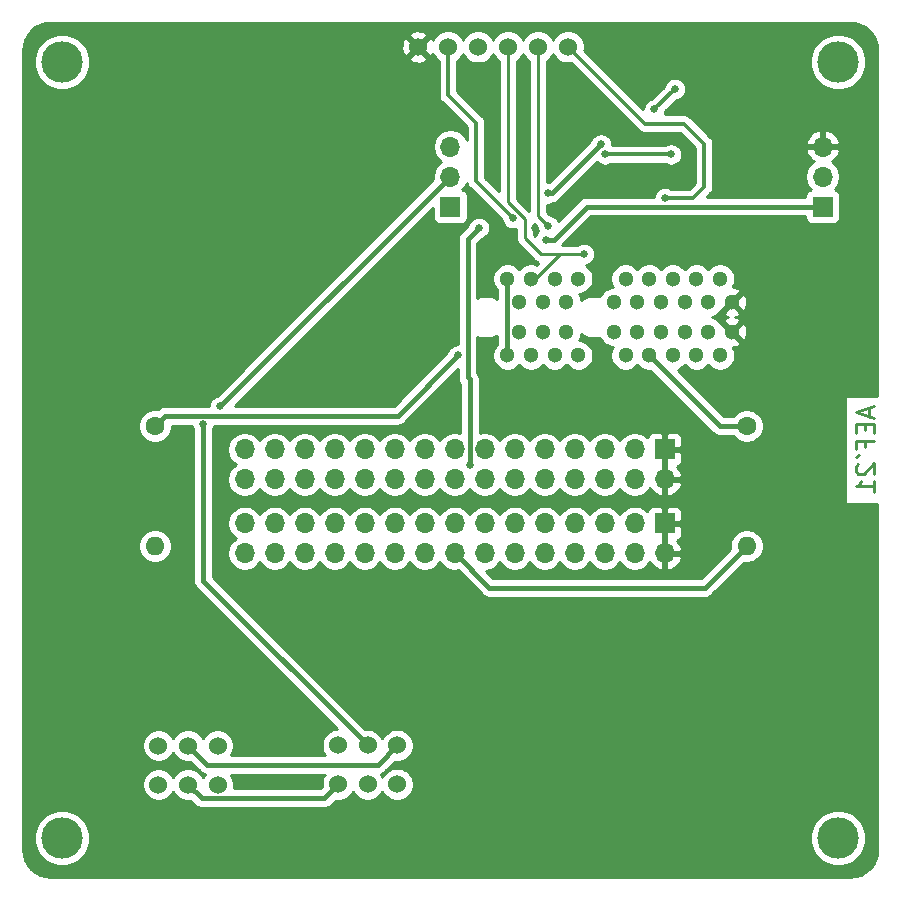
<source format=gbl>
G04 #@! TF.GenerationSoftware,KiCad,Pcbnew,(5.1.9)-1*
G04 #@! TF.CreationDate,2021-08-17T23:34:33-04:00*
G04 #@! TF.ProjectId,swadge-programmer,73776164-6765-42d7-9072-6f6772616d6d,rev?*
G04 #@! TF.SameCoordinates,Original*
G04 #@! TF.FileFunction,Copper,L2,Bot*
G04 #@! TF.FilePolarity,Positive*
%FSLAX46Y46*%
G04 Gerber Fmt 4.6, Leading zero omitted, Abs format (unit mm)*
G04 Created by KiCad (PCBNEW (5.1.9)-1) date 2021-08-17 23:34:33*
%MOMM*%
%LPD*%
G01*
G04 APERTURE LIST*
G04 #@! TA.AperFunction,NonConductor*
%ADD10C,0.250000*%
G04 #@! TD*
G04 #@! TA.AperFunction,ComponentPad*
%ADD11O,1.700000X1.700000*%
G04 #@! TD*
G04 #@! TA.AperFunction,ComponentPad*
%ADD12R,1.700000X1.700000*%
G04 #@! TD*
G04 #@! TA.AperFunction,ComponentPad*
%ADD13C,1.300000*%
G04 #@! TD*
G04 #@! TA.AperFunction,ComponentPad*
%ADD14C,1.524000*%
G04 #@! TD*
G04 #@! TA.AperFunction,ComponentPad*
%ADD15C,3.510000*%
G04 #@! TD*
G04 #@! TA.AperFunction,ComponentPad*
%ADD16C,1.600000*%
G04 #@! TD*
G04 #@! TA.AperFunction,ComponentPad*
%ADD17O,1.600000X1.600000*%
G04 #@! TD*
G04 #@! TA.AperFunction,ViaPad*
%ADD18C,0.635000*%
G04 #@! TD*
G04 #@! TA.AperFunction,Conductor*
%ADD19C,0.400000*%
G04 #@! TD*
G04 #@! TA.AperFunction,Conductor*
%ADD20C,0.250000*%
G04 #@! TD*
G04 #@! TA.AperFunction,Conductor*
%ADD21C,0.304800*%
G04 #@! TD*
G04 #@! TA.AperFunction,Conductor*
%ADD22C,0.254000*%
G04 #@! TD*
G04 #@! TA.AperFunction,Conductor*
%ADD23C,0.100000*%
G04 #@! TD*
G04 APERTURE END LIST*
D10*
X180849000Y-83461428D02*
X180849000Y-84190000D01*
X181286142Y-83315714D02*
X179756142Y-83825714D01*
X181286142Y-84335714D01*
X180484714Y-84845714D02*
X180484714Y-85355714D01*
X181286142Y-85574285D02*
X181286142Y-84845714D01*
X179756142Y-84845714D01*
X179756142Y-85574285D01*
X180484714Y-86740000D02*
X180484714Y-86230000D01*
X181286142Y-86230000D02*
X179756142Y-86230000D01*
X179756142Y-86958571D01*
X179756142Y-87614285D02*
X180047571Y-87468571D01*
X179901857Y-88197142D02*
X179829000Y-88270000D01*
X179756142Y-88415714D01*
X179756142Y-88780000D01*
X179829000Y-88925714D01*
X179901857Y-88998571D01*
X180047571Y-89071428D01*
X180193285Y-89071428D01*
X180411857Y-88998571D01*
X181286142Y-88124285D01*
X181286142Y-89071428D01*
X181286142Y-90528571D02*
X181286142Y-89654285D01*
X181286142Y-90091428D02*
X179756142Y-90091428D01*
X179974714Y-89945714D01*
X180120428Y-89800000D01*
X180193285Y-89654285D01*
D11*
X176930000Y-61315600D03*
X176930000Y-63855600D03*
D12*
X176930000Y-66395600D03*
D11*
X128000000Y-95750000D03*
X128000000Y-93210000D03*
X130540000Y-95750000D03*
X130540000Y-93210000D03*
X133080000Y-95750000D03*
X133080000Y-93210000D03*
X135620000Y-95750000D03*
X135620000Y-93210000D03*
X138160000Y-95750000D03*
X138160000Y-93210000D03*
X140700000Y-95750000D03*
X140700000Y-93210000D03*
X143240000Y-95750000D03*
X143240000Y-93210000D03*
X145780000Y-95750000D03*
X145780000Y-93210000D03*
X148320000Y-95750000D03*
X148320000Y-93210000D03*
X150860000Y-95750000D03*
X150860000Y-93210000D03*
X153400000Y-95750000D03*
X153400000Y-93210000D03*
X155940000Y-95750000D03*
X155940000Y-93210000D03*
X158480000Y-95750000D03*
X158480000Y-93210000D03*
X161020000Y-95750000D03*
X161020000Y-93210000D03*
X163560000Y-95750000D03*
D12*
X163560000Y-93210000D03*
D11*
X128000000Y-89500000D03*
X128000000Y-86960000D03*
X130540000Y-89500000D03*
X130540000Y-86960000D03*
X133080000Y-89500000D03*
X133080000Y-86960000D03*
X135620000Y-89500000D03*
X135620000Y-86960000D03*
X138160000Y-89500000D03*
X138160000Y-86960000D03*
X140700000Y-89500000D03*
X140700000Y-86960000D03*
X143240000Y-89500000D03*
X143240000Y-86960000D03*
X145780000Y-89500000D03*
X145780000Y-86960000D03*
X148320000Y-89500000D03*
X148320000Y-86960000D03*
X150860000Y-89500000D03*
X150860000Y-86960000D03*
X153400000Y-89500000D03*
X153400000Y-86960000D03*
X155940000Y-89500000D03*
X155940000Y-86960000D03*
X158480000Y-89500000D03*
X158480000Y-86960000D03*
X161020000Y-89500000D03*
X161020000Y-86960000D03*
X163560000Y-89500000D03*
D12*
X163560000Y-86960000D03*
D13*
X159243652Y-77000000D03*
X160243652Y-79000000D03*
X162243652Y-79000000D03*
X161243652Y-77000000D03*
X164243652Y-79000000D03*
X163243652Y-77000000D03*
X165243652Y-77000000D03*
X166243652Y-79000000D03*
X168243652Y-79000000D03*
X167243652Y-77000000D03*
X169243652Y-77000000D03*
X159243652Y-74500000D03*
X160243652Y-72500000D03*
X161243652Y-74500000D03*
X162243652Y-72500000D03*
X166243652Y-72500000D03*
X165243652Y-74500000D03*
X163243652Y-74500000D03*
X164243652Y-72500000D03*
X167243652Y-74500000D03*
X169243652Y-74500000D03*
X168243652Y-72500000D03*
X156243652Y-79000000D03*
X155243652Y-77000000D03*
X154243652Y-79000000D03*
X153243652Y-77000000D03*
X150243652Y-79000000D03*
X152243652Y-79000000D03*
X151243652Y-77000000D03*
X156243652Y-72500000D03*
X155243652Y-74500000D03*
X154243652Y-72500000D03*
X153243652Y-74500000D03*
X152243652Y-72500000D03*
X151243652Y-74500000D03*
X150243652Y-72500000D03*
D14*
X125698000Y-115336400D03*
X125698000Y-112036400D03*
X123198000Y-115336400D03*
X123198000Y-112036400D03*
X120698000Y-115336400D03*
X120698000Y-112036400D03*
X135899200Y-112011000D03*
X135899200Y-115311000D03*
X138399200Y-112011000D03*
X138399200Y-115311000D03*
X140899200Y-112011000D03*
X140899200Y-115311000D03*
D15*
X112538000Y-54140700D03*
X112538000Y-119849300D03*
X178246600Y-54140700D03*
X178246600Y-119849300D03*
D16*
X170500000Y-84980000D03*
D17*
X170500000Y-95140000D03*
D16*
X120395000Y-84980000D03*
D17*
X120395000Y-95140000D03*
D14*
X155371800Y-52882800D03*
X152831800Y-52882800D03*
X150291800Y-52882800D03*
X147751800Y-52882800D03*
X145211800Y-52882800D03*
X142671800Y-52882800D03*
D11*
X145415000Y-61315600D03*
X145415000Y-63855600D03*
D12*
X145415000Y-66395600D03*
D18*
X160528000Y-64262000D03*
X158877000Y-67818000D03*
X163120000Y-60730000D03*
X148844000Y-58293000D03*
X151638000Y-58293000D03*
X161544000Y-85217000D03*
X159004000Y-85217000D03*
X156464000Y-85217000D03*
X153924000Y-85217000D03*
X151384000Y-85217000D03*
X148590000Y-85217000D03*
X143764000Y-85217000D03*
X141224000Y-85217000D03*
X138684000Y-85217000D03*
X136144000Y-85217000D03*
X133604000Y-85217000D03*
X130516000Y-115189000D03*
X158178500Y-79565500D03*
X148399500Y-78105000D03*
X148145500Y-71818500D03*
X156750000Y-57570000D03*
X130620000Y-82090000D03*
X142640000Y-77390000D03*
X158220000Y-72130000D03*
X147560000Y-66370000D03*
X149530000Y-68060000D03*
X151930000Y-66390000D03*
X152570000Y-68240000D03*
X158610000Y-69100000D03*
X158154239Y-61133721D03*
X147066000Y-88265000D03*
X147830000Y-68190000D03*
X153644500Y-65278000D03*
X124460000Y-84810600D03*
X125920500Y-83312000D03*
X153490000Y-69190000D03*
X153660750Y-67999250D03*
X156718000Y-70424580D03*
X162687000Y-58166000D03*
X164411500Y-56441500D03*
X146044000Y-79000000D03*
X163576000Y-65664275D03*
X150681000Y-67369000D03*
X164084000Y-61976000D03*
X158496000Y-61976000D03*
D19*
X158154239Y-61174761D02*
X158154239Y-61133721D01*
X147074419Y-88256581D02*
X147066000Y-88265000D01*
X147074419Y-81034419D02*
X147074419Y-88256581D01*
X146873071Y-80833071D02*
X147074419Y-81034419D01*
X146873071Y-70423929D02*
X146873071Y-80833071D01*
X146873071Y-69146929D02*
X146873071Y-70423929D01*
X147830000Y-68190000D02*
X146873071Y-69146929D01*
X154009960Y-65278000D02*
X153644500Y-65278000D01*
X158154239Y-61133721D02*
X154009960Y-65278000D01*
X124460000Y-84810600D02*
X124460000Y-86931500D01*
X124460000Y-86931500D02*
X124460000Y-85217000D01*
X124460000Y-98044000D02*
X124460000Y-86931500D01*
X145376900Y-63855600D02*
X145415000Y-63855600D01*
X125920500Y-83312000D02*
X145376900Y-63855600D01*
X124460000Y-98071800D02*
X124460000Y-98044000D01*
X138399200Y-112011000D02*
X124460000Y-98071800D01*
X154150000Y-69190000D02*
X153490000Y-69190000D01*
X156944400Y-66395600D02*
X154150000Y-69190000D01*
X176930000Y-66395600D02*
X156944400Y-66395600D01*
D20*
X152831800Y-52882800D02*
X152831800Y-67170300D01*
X152831800Y-67170300D02*
X153660750Y-67999250D01*
X154680941Y-70424580D02*
X154936920Y-70424580D01*
X150291800Y-52882800D02*
X150291800Y-66035439D01*
X156718000Y-70424580D02*
X154936920Y-70424580D01*
X152605521Y-72500000D02*
X152243652Y-72500000D01*
X154680941Y-70424580D02*
X152605521Y-72500000D01*
X154680941Y-70424580D02*
X153074580Y-70424580D01*
X153074580Y-70424580D02*
X151740000Y-69090000D01*
X151740000Y-67483639D02*
X151740000Y-69090000D01*
X150291800Y-66035439D02*
X151740000Y-67483639D01*
D21*
X162687000Y-58166000D02*
X162690080Y-58166000D01*
X162687000Y-58166000D02*
X164411500Y-56441500D01*
D19*
X170500000Y-95140000D02*
X166961000Y-98679000D01*
X148709000Y-98679000D02*
X145780000Y-95750000D01*
X166961000Y-98679000D02*
X148709000Y-98679000D01*
X134716219Y-116493981D02*
X135899200Y-115311000D01*
X124355581Y-116493981D02*
X134716219Y-116493981D01*
X123198000Y-115336400D02*
X124355581Y-116493981D01*
X123198000Y-112036400D02*
X124826600Y-113665000D01*
X139245200Y-113665000D02*
X140899200Y-112011000D01*
X124826600Y-113665000D02*
X139245200Y-113665000D01*
X168223652Y-84980000D02*
X162243652Y-79000000D01*
X170500000Y-84980000D02*
X168223652Y-84980000D01*
X140946481Y-84097519D02*
X146044000Y-79000000D01*
X121277481Y-84097519D02*
X140946481Y-84097519D01*
X120395000Y-84980000D02*
X121277481Y-84097519D01*
X150198071Y-72545581D02*
X150243652Y-72500000D01*
X150198071Y-78954419D02*
X150198071Y-72545581D01*
X150243652Y-79000000D02*
X150198071Y-78954419D01*
D21*
X163576000Y-65664275D02*
X165915725Y-65664275D01*
X165915725Y-65664275D02*
X166880000Y-64700000D01*
X166880000Y-64700000D02*
X166880000Y-61080000D01*
X166880000Y-61080000D02*
X165170000Y-59370000D01*
X161859000Y-59370000D02*
X162390000Y-59370000D01*
X155371800Y-52882800D02*
X161859000Y-59370000D01*
X165170000Y-59370000D02*
X162390000Y-59370000D01*
X147574000Y-64262000D02*
X147574000Y-59309000D01*
X145211800Y-56946800D02*
X145211800Y-52882800D01*
X147574000Y-59309000D02*
X145211800Y-56946800D01*
X150681000Y-67369000D02*
X147574000Y-64262000D01*
X164084000Y-61976000D02*
X158496000Y-61976000D01*
D22*
X179695616Y-50873012D02*
X180127530Y-51003414D01*
X180525885Y-51215224D01*
X180875514Y-51500375D01*
X181163097Y-51848003D01*
X181377686Y-52244877D01*
X181511098Y-52675861D01*
X181561600Y-53156354D01*
X181561600Y-82410000D01*
X178794900Y-82410000D01*
X178794900Y-91580000D01*
X181561601Y-91580000D01*
X181561601Y-120815785D01*
X181514288Y-121298316D01*
X181383887Y-121730227D01*
X181172080Y-122128580D01*
X180886925Y-122478214D01*
X180539297Y-122765797D01*
X180142425Y-122980385D01*
X179711434Y-123113800D01*
X179230946Y-123164300D01*
X111571504Y-123164300D01*
X111088984Y-123116988D01*
X110657073Y-122986587D01*
X110258720Y-122774780D01*
X109909086Y-122489625D01*
X109621503Y-122141997D01*
X109406915Y-121745125D01*
X109273500Y-121314134D01*
X109223000Y-120833646D01*
X109223000Y-119613906D01*
X110148000Y-119613906D01*
X110148000Y-120084694D01*
X110239847Y-120546437D01*
X110420010Y-120981389D01*
X110681566Y-121372836D01*
X111014464Y-121705734D01*
X111405911Y-121967290D01*
X111840863Y-122147453D01*
X112302606Y-122239300D01*
X112773394Y-122239300D01*
X113235137Y-122147453D01*
X113670089Y-121967290D01*
X114061536Y-121705734D01*
X114394434Y-121372836D01*
X114655990Y-120981389D01*
X114836153Y-120546437D01*
X114928000Y-120084694D01*
X114928000Y-119613906D01*
X175856600Y-119613906D01*
X175856600Y-120084694D01*
X175948447Y-120546437D01*
X176128610Y-120981389D01*
X176390166Y-121372836D01*
X176723064Y-121705734D01*
X177114511Y-121967290D01*
X177549463Y-122147453D01*
X178011206Y-122239300D01*
X178481994Y-122239300D01*
X178943737Y-122147453D01*
X179378689Y-121967290D01*
X179770136Y-121705734D01*
X180103034Y-121372836D01*
X180364590Y-120981389D01*
X180544753Y-120546437D01*
X180636600Y-120084694D01*
X180636600Y-119613906D01*
X180544753Y-119152163D01*
X180364590Y-118717211D01*
X180103034Y-118325764D01*
X179770136Y-117992866D01*
X179378689Y-117731310D01*
X178943737Y-117551147D01*
X178481994Y-117459300D01*
X178011206Y-117459300D01*
X177549463Y-117551147D01*
X177114511Y-117731310D01*
X176723064Y-117992866D01*
X176390166Y-118325764D01*
X176128610Y-118717211D01*
X175948447Y-119152163D01*
X175856600Y-119613906D01*
X114928000Y-119613906D01*
X114836153Y-119152163D01*
X114655990Y-118717211D01*
X114394434Y-118325764D01*
X114061536Y-117992866D01*
X113670089Y-117731310D01*
X113235137Y-117551147D01*
X112773394Y-117459300D01*
X112302606Y-117459300D01*
X111840863Y-117551147D01*
X111405911Y-117731310D01*
X111014464Y-117992866D01*
X110681566Y-118325764D01*
X110420010Y-118717211D01*
X110239847Y-119152163D01*
X110148000Y-119613906D01*
X109223000Y-119613906D01*
X109223000Y-94998665D01*
X118960000Y-94998665D01*
X118960000Y-95281335D01*
X119015147Y-95558574D01*
X119123320Y-95819727D01*
X119280363Y-96054759D01*
X119480241Y-96254637D01*
X119715273Y-96411680D01*
X119976426Y-96519853D01*
X120253665Y-96575000D01*
X120536335Y-96575000D01*
X120813574Y-96519853D01*
X121074727Y-96411680D01*
X121309759Y-96254637D01*
X121509637Y-96054759D01*
X121666680Y-95819727D01*
X121774853Y-95558574D01*
X121830000Y-95281335D01*
X121830000Y-94998665D01*
X121774853Y-94721426D01*
X121666680Y-94460273D01*
X121509637Y-94225241D01*
X121309759Y-94025363D01*
X121074727Y-93868320D01*
X120813574Y-93760147D01*
X120536335Y-93705000D01*
X120253665Y-93705000D01*
X119976426Y-93760147D01*
X119715273Y-93868320D01*
X119480241Y-94025363D01*
X119280363Y-94225241D01*
X119123320Y-94460273D01*
X119015147Y-94721426D01*
X118960000Y-94998665D01*
X109223000Y-94998665D01*
X109223000Y-84838665D01*
X118960000Y-84838665D01*
X118960000Y-85121335D01*
X119015147Y-85398574D01*
X119123320Y-85659727D01*
X119280363Y-85894759D01*
X119480241Y-86094637D01*
X119715273Y-86251680D01*
X119976426Y-86359853D01*
X120253665Y-86415000D01*
X120536335Y-86415000D01*
X120813574Y-86359853D01*
X121074727Y-86251680D01*
X121309759Y-86094637D01*
X121509637Y-85894759D01*
X121666680Y-85659727D01*
X121774853Y-85398574D01*
X121830000Y-85121335D01*
X121830000Y-84932519D01*
X123513091Y-84932519D01*
X123544104Y-85088434D01*
X123615905Y-85261778D01*
X123625000Y-85275390D01*
X123625001Y-85894759D01*
X123625000Y-86972518D01*
X123625001Y-86972528D01*
X123625000Y-98002981D01*
X123625000Y-98030782D01*
X123620960Y-98071800D01*
X123625000Y-98112818D01*
X123637082Y-98235488D01*
X123684828Y-98392886D01*
X123762364Y-98537945D01*
X123866709Y-98665091D01*
X123898579Y-98691246D01*
X135821331Y-110614000D01*
X135761608Y-110614000D01*
X135491710Y-110667686D01*
X135237473Y-110772995D01*
X135008665Y-110925880D01*
X134814080Y-111120465D01*
X134661195Y-111349273D01*
X134555886Y-111603510D01*
X134502200Y-111873408D01*
X134502200Y-112148592D01*
X134555886Y-112418490D01*
X134661195Y-112672727D01*
X134766282Y-112830000D01*
X126847890Y-112830000D01*
X126936005Y-112698127D01*
X127041314Y-112443890D01*
X127095000Y-112173992D01*
X127095000Y-111898808D01*
X127041314Y-111628910D01*
X126936005Y-111374673D01*
X126783120Y-111145865D01*
X126588535Y-110951280D01*
X126359727Y-110798395D01*
X126105490Y-110693086D01*
X125835592Y-110639400D01*
X125560408Y-110639400D01*
X125290510Y-110693086D01*
X125036273Y-110798395D01*
X124807465Y-110951280D01*
X124612880Y-111145865D01*
X124459995Y-111374673D01*
X124448000Y-111403631D01*
X124436005Y-111374673D01*
X124283120Y-111145865D01*
X124088535Y-110951280D01*
X123859727Y-110798395D01*
X123605490Y-110693086D01*
X123335592Y-110639400D01*
X123060408Y-110639400D01*
X122790510Y-110693086D01*
X122536273Y-110798395D01*
X122307465Y-110951280D01*
X122112880Y-111145865D01*
X121959995Y-111374673D01*
X121948000Y-111403631D01*
X121936005Y-111374673D01*
X121783120Y-111145865D01*
X121588535Y-110951280D01*
X121359727Y-110798395D01*
X121105490Y-110693086D01*
X120835592Y-110639400D01*
X120560408Y-110639400D01*
X120290510Y-110693086D01*
X120036273Y-110798395D01*
X119807465Y-110951280D01*
X119612880Y-111145865D01*
X119459995Y-111374673D01*
X119354686Y-111628910D01*
X119301000Y-111898808D01*
X119301000Y-112173992D01*
X119354686Y-112443890D01*
X119459995Y-112698127D01*
X119612880Y-112926935D01*
X119807465Y-113121520D01*
X120036273Y-113274405D01*
X120290510Y-113379714D01*
X120560408Y-113433400D01*
X120835592Y-113433400D01*
X121105490Y-113379714D01*
X121359727Y-113274405D01*
X121588535Y-113121520D01*
X121783120Y-112926935D01*
X121936005Y-112698127D01*
X121948000Y-112669169D01*
X121959995Y-112698127D01*
X122112880Y-112926935D01*
X122307465Y-113121520D01*
X122536273Y-113274405D01*
X122790510Y-113379714D01*
X123060408Y-113433400D01*
X123335592Y-113433400D01*
X123401102Y-113420369D01*
X124207159Y-114226426D01*
X124233309Y-114258291D01*
X124360454Y-114362636D01*
X124505513Y-114440172D01*
X124597948Y-114468212D01*
X124459995Y-114674673D01*
X124448000Y-114703631D01*
X124436005Y-114674673D01*
X124283120Y-114445865D01*
X124088535Y-114251280D01*
X123859727Y-114098395D01*
X123605490Y-113993086D01*
X123335592Y-113939400D01*
X123060408Y-113939400D01*
X122790510Y-113993086D01*
X122536273Y-114098395D01*
X122307465Y-114251280D01*
X122112880Y-114445865D01*
X121959995Y-114674673D01*
X121948000Y-114703631D01*
X121936005Y-114674673D01*
X121783120Y-114445865D01*
X121588535Y-114251280D01*
X121359727Y-114098395D01*
X121105490Y-113993086D01*
X120835592Y-113939400D01*
X120560408Y-113939400D01*
X120290510Y-113993086D01*
X120036273Y-114098395D01*
X119807465Y-114251280D01*
X119612880Y-114445865D01*
X119459995Y-114674673D01*
X119354686Y-114928910D01*
X119301000Y-115198808D01*
X119301000Y-115473992D01*
X119354686Y-115743890D01*
X119459995Y-115998127D01*
X119612880Y-116226935D01*
X119807465Y-116421520D01*
X120036273Y-116574405D01*
X120290510Y-116679714D01*
X120560408Y-116733400D01*
X120835592Y-116733400D01*
X121105490Y-116679714D01*
X121359727Y-116574405D01*
X121588535Y-116421520D01*
X121783120Y-116226935D01*
X121936005Y-115998127D01*
X121948000Y-115969169D01*
X121959995Y-115998127D01*
X122112880Y-116226935D01*
X122307465Y-116421520D01*
X122536273Y-116574405D01*
X122790510Y-116679714D01*
X123060408Y-116733400D01*
X123335592Y-116733400D01*
X123401101Y-116720369D01*
X123736144Y-117055413D01*
X123762290Y-117087272D01*
X123889435Y-117191617D01*
X124034494Y-117269153D01*
X124191892Y-117316899D01*
X124314562Y-117328981D01*
X124314563Y-117328981D01*
X124355581Y-117333021D01*
X124396599Y-117328981D01*
X134675201Y-117328981D01*
X134716219Y-117333021D01*
X134757237Y-117328981D01*
X134757238Y-117328981D01*
X134879908Y-117316899D01*
X135037306Y-117269153D01*
X135182365Y-117191617D01*
X135309510Y-117087272D01*
X135335664Y-117055403D01*
X135696098Y-116694969D01*
X135761608Y-116708000D01*
X136036792Y-116708000D01*
X136306690Y-116654314D01*
X136560927Y-116549005D01*
X136789735Y-116396120D01*
X136984320Y-116201535D01*
X137137205Y-115972727D01*
X137149200Y-115943769D01*
X137161195Y-115972727D01*
X137314080Y-116201535D01*
X137508665Y-116396120D01*
X137737473Y-116549005D01*
X137991710Y-116654314D01*
X138261608Y-116708000D01*
X138536792Y-116708000D01*
X138806690Y-116654314D01*
X139060927Y-116549005D01*
X139289735Y-116396120D01*
X139484320Y-116201535D01*
X139637205Y-115972727D01*
X139649200Y-115943769D01*
X139661195Y-115972727D01*
X139814080Y-116201535D01*
X140008665Y-116396120D01*
X140237473Y-116549005D01*
X140491710Y-116654314D01*
X140761608Y-116708000D01*
X141036792Y-116708000D01*
X141306690Y-116654314D01*
X141560927Y-116549005D01*
X141789735Y-116396120D01*
X141984320Y-116201535D01*
X142137205Y-115972727D01*
X142242514Y-115718490D01*
X142296200Y-115448592D01*
X142296200Y-115173408D01*
X142242514Y-114903510D01*
X142137205Y-114649273D01*
X141984320Y-114420465D01*
X141789735Y-114225880D01*
X141560927Y-114072995D01*
X141306690Y-113967686D01*
X141036792Y-113914000D01*
X140761608Y-113914000D01*
X140491710Y-113967686D01*
X140237473Y-114072995D01*
X140008665Y-114225880D01*
X139814080Y-114420465D01*
X139661195Y-114649273D01*
X139649200Y-114678231D01*
X139637205Y-114649273D01*
X139509083Y-114457525D01*
X139566287Y-114440172D01*
X139711346Y-114362636D01*
X139838491Y-114258291D01*
X139864646Y-114226421D01*
X140696098Y-113394969D01*
X140761608Y-113408000D01*
X141036792Y-113408000D01*
X141306690Y-113354314D01*
X141560927Y-113249005D01*
X141789735Y-113096120D01*
X141984320Y-112901535D01*
X142137205Y-112672727D01*
X142242514Y-112418490D01*
X142296200Y-112148592D01*
X142296200Y-111873408D01*
X142242514Y-111603510D01*
X142137205Y-111349273D01*
X141984320Y-111120465D01*
X141789735Y-110925880D01*
X141560927Y-110772995D01*
X141306690Y-110667686D01*
X141036792Y-110614000D01*
X140761608Y-110614000D01*
X140491710Y-110667686D01*
X140237473Y-110772995D01*
X140008665Y-110925880D01*
X139814080Y-111120465D01*
X139661195Y-111349273D01*
X139649200Y-111378231D01*
X139637205Y-111349273D01*
X139484320Y-111120465D01*
X139289735Y-110925880D01*
X139060927Y-110772995D01*
X138806690Y-110667686D01*
X138536792Y-110614000D01*
X138261608Y-110614000D01*
X138196099Y-110627030D01*
X125295000Y-97725933D01*
X125295000Y-93063740D01*
X126515000Y-93063740D01*
X126515000Y-93356260D01*
X126572068Y-93643158D01*
X126684010Y-93913411D01*
X126846525Y-94156632D01*
X127053368Y-94363475D01*
X127227760Y-94480000D01*
X127053368Y-94596525D01*
X126846525Y-94803368D01*
X126684010Y-95046589D01*
X126572068Y-95316842D01*
X126515000Y-95603740D01*
X126515000Y-95896260D01*
X126572068Y-96183158D01*
X126684010Y-96453411D01*
X126846525Y-96696632D01*
X127053368Y-96903475D01*
X127296589Y-97065990D01*
X127566842Y-97177932D01*
X127853740Y-97235000D01*
X128146260Y-97235000D01*
X128433158Y-97177932D01*
X128703411Y-97065990D01*
X128946632Y-96903475D01*
X129153475Y-96696632D01*
X129270000Y-96522240D01*
X129386525Y-96696632D01*
X129593368Y-96903475D01*
X129836589Y-97065990D01*
X130106842Y-97177932D01*
X130393740Y-97235000D01*
X130686260Y-97235000D01*
X130973158Y-97177932D01*
X131243411Y-97065990D01*
X131486632Y-96903475D01*
X131693475Y-96696632D01*
X131810000Y-96522240D01*
X131926525Y-96696632D01*
X132133368Y-96903475D01*
X132376589Y-97065990D01*
X132646842Y-97177932D01*
X132933740Y-97235000D01*
X133226260Y-97235000D01*
X133513158Y-97177932D01*
X133783411Y-97065990D01*
X134026632Y-96903475D01*
X134233475Y-96696632D01*
X134350000Y-96522240D01*
X134466525Y-96696632D01*
X134673368Y-96903475D01*
X134916589Y-97065990D01*
X135186842Y-97177932D01*
X135473740Y-97235000D01*
X135766260Y-97235000D01*
X136053158Y-97177932D01*
X136323411Y-97065990D01*
X136566632Y-96903475D01*
X136773475Y-96696632D01*
X136890000Y-96522240D01*
X137006525Y-96696632D01*
X137213368Y-96903475D01*
X137456589Y-97065990D01*
X137726842Y-97177932D01*
X138013740Y-97235000D01*
X138306260Y-97235000D01*
X138593158Y-97177932D01*
X138863411Y-97065990D01*
X139106632Y-96903475D01*
X139313475Y-96696632D01*
X139430000Y-96522240D01*
X139546525Y-96696632D01*
X139753368Y-96903475D01*
X139996589Y-97065990D01*
X140266842Y-97177932D01*
X140553740Y-97235000D01*
X140846260Y-97235000D01*
X141133158Y-97177932D01*
X141403411Y-97065990D01*
X141646632Y-96903475D01*
X141853475Y-96696632D01*
X141970000Y-96522240D01*
X142086525Y-96696632D01*
X142293368Y-96903475D01*
X142536589Y-97065990D01*
X142806842Y-97177932D01*
X143093740Y-97235000D01*
X143386260Y-97235000D01*
X143673158Y-97177932D01*
X143943411Y-97065990D01*
X144186632Y-96903475D01*
X144393475Y-96696632D01*
X144510000Y-96522240D01*
X144626525Y-96696632D01*
X144833368Y-96903475D01*
X145076589Y-97065990D01*
X145346842Y-97177932D01*
X145633740Y-97235000D01*
X145926260Y-97235000D01*
X146057940Y-97208807D01*
X148089563Y-99240432D01*
X148115709Y-99272291D01*
X148242854Y-99376636D01*
X148387913Y-99454172D01*
X148545311Y-99501918D01*
X148667981Y-99514000D01*
X148667982Y-99514000D01*
X148709000Y-99518040D01*
X148750018Y-99514000D01*
X166919982Y-99514000D01*
X166961000Y-99518040D01*
X167002018Y-99514000D01*
X167002019Y-99514000D01*
X167124689Y-99501918D01*
X167282087Y-99454172D01*
X167427146Y-99376636D01*
X167554291Y-99272291D01*
X167580446Y-99240421D01*
X170264583Y-96556286D01*
X170358665Y-96575000D01*
X170641335Y-96575000D01*
X170918574Y-96519853D01*
X171179727Y-96411680D01*
X171414759Y-96254637D01*
X171614637Y-96054759D01*
X171771680Y-95819727D01*
X171879853Y-95558574D01*
X171935000Y-95281335D01*
X171935000Y-94998665D01*
X171879853Y-94721426D01*
X171771680Y-94460273D01*
X171614637Y-94225241D01*
X171414759Y-94025363D01*
X171179727Y-93868320D01*
X170918574Y-93760147D01*
X170641335Y-93705000D01*
X170358665Y-93705000D01*
X170081426Y-93760147D01*
X169820273Y-93868320D01*
X169585241Y-94025363D01*
X169385363Y-94225241D01*
X169228320Y-94460273D01*
X169120147Y-94721426D01*
X169065000Y-94998665D01*
X169065000Y-95281335D01*
X169083714Y-95375417D01*
X166615133Y-97844000D01*
X149054869Y-97844000D01*
X148445868Y-97235000D01*
X148466260Y-97235000D01*
X148753158Y-97177932D01*
X149023411Y-97065990D01*
X149266632Y-96903475D01*
X149473475Y-96696632D01*
X149590000Y-96522240D01*
X149706525Y-96696632D01*
X149913368Y-96903475D01*
X150156589Y-97065990D01*
X150426842Y-97177932D01*
X150713740Y-97235000D01*
X151006260Y-97235000D01*
X151293158Y-97177932D01*
X151563411Y-97065990D01*
X151806632Y-96903475D01*
X152013475Y-96696632D01*
X152130000Y-96522240D01*
X152246525Y-96696632D01*
X152453368Y-96903475D01*
X152696589Y-97065990D01*
X152966842Y-97177932D01*
X153253740Y-97235000D01*
X153546260Y-97235000D01*
X153833158Y-97177932D01*
X154103411Y-97065990D01*
X154346632Y-96903475D01*
X154553475Y-96696632D01*
X154670000Y-96522240D01*
X154786525Y-96696632D01*
X154993368Y-96903475D01*
X155236589Y-97065990D01*
X155506842Y-97177932D01*
X155793740Y-97235000D01*
X156086260Y-97235000D01*
X156373158Y-97177932D01*
X156643411Y-97065990D01*
X156886632Y-96903475D01*
X157093475Y-96696632D01*
X157210000Y-96522240D01*
X157326525Y-96696632D01*
X157533368Y-96903475D01*
X157776589Y-97065990D01*
X158046842Y-97177932D01*
X158333740Y-97235000D01*
X158626260Y-97235000D01*
X158913158Y-97177932D01*
X159183411Y-97065990D01*
X159426632Y-96903475D01*
X159633475Y-96696632D01*
X159750000Y-96522240D01*
X159866525Y-96696632D01*
X160073368Y-96903475D01*
X160316589Y-97065990D01*
X160586842Y-97177932D01*
X160873740Y-97235000D01*
X161166260Y-97235000D01*
X161453158Y-97177932D01*
X161723411Y-97065990D01*
X161966632Y-96903475D01*
X162173475Y-96696632D01*
X162295195Y-96514466D01*
X162364822Y-96631355D01*
X162559731Y-96847588D01*
X162793080Y-97021641D01*
X163055901Y-97146825D01*
X163203110Y-97191476D01*
X163433000Y-97070155D01*
X163433000Y-95877000D01*
X163687000Y-95877000D01*
X163687000Y-97070155D01*
X163916890Y-97191476D01*
X164064099Y-97146825D01*
X164326920Y-97021641D01*
X164560269Y-96847588D01*
X164755178Y-96631355D01*
X164904157Y-96381252D01*
X165001481Y-96106891D01*
X164880814Y-95877000D01*
X163687000Y-95877000D01*
X163433000Y-95877000D01*
X163413000Y-95877000D01*
X163413000Y-95623000D01*
X163433000Y-95623000D01*
X163433000Y-93337000D01*
X163687000Y-93337000D01*
X163687000Y-95623000D01*
X164880814Y-95623000D01*
X165001481Y-95393109D01*
X164904157Y-95118748D01*
X164755178Y-94868645D01*
X164578374Y-94672498D01*
X164654180Y-94649502D01*
X164764494Y-94590537D01*
X164861185Y-94511185D01*
X164940537Y-94414494D01*
X164999502Y-94304180D01*
X165035812Y-94184482D01*
X165048072Y-94060000D01*
X165045000Y-93495750D01*
X164886250Y-93337000D01*
X163687000Y-93337000D01*
X163433000Y-93337000D01*
X163413000Y-93337000D01*
X163413000Y-93083000D01*
X163433000Y-93083000D01*
X163433000Y-91883750D01*
X163687000Y-91883750D01*
X163687000Y-93083000D01*
X164886250Y-93083000D01*
X165045000Y-92924250D01*
X165048072Y-92360000D01*
X165035812Y-92235518D01*
X164999502Y-92115820D01*
X164940537Y-92005506D01*
X164861185Y-91908815D01*
X164764494Y-91829463D01*
X164654180Y-91770498D01*
X164534482Y-91734188D01*
X164410000Y-91721928D01*
X163845750Y-91725000D01*
X163687000Y-91883750D01*
X163433000Y-91883750D01*
X163274250Y-91725000D01*
X162710000Y-91721928D01*
X162585518Y-91734188D01*
X162465820Y-91770498D01*
X162355506Y-91829463D01*
X162258815Y-91908815D01*
X162179463Y-92005506D01*
X162120498Y-92115820D01*
X162098487Y-92188380D01*
X161966632Y-92056525D01*
X161723411Y-91894010D01*
X161453158Y-91782068D01*
X161166260Y-91725000D01*
X160873740Y-91725000D01*
X160586842Y-91782068D01*
X160316589Y-91894010D01*
X160073368Y-92056525D01*
X159866525Y-92263368D01*
X159750000Y-92437760D01*
X159633475Y-92263368D01*
X159426632Y-92056525D01*
X159183411Y-91894010D01*
X158913158Y-91782068D01*
X158626260Y-91725000D01*
X158333740Y-91725000D01*
X158046842Y-91782068D01*
X157776589Y-91894010D01*
X157533368Y-92056525D01*
X157326525Y-92263368D01*
X157210000Y-92437760D01*
X157093475Y-92263368D01*
X156886632Y-92056525D01*
X156643411Y-91894010D01*
X156373158Y-91782068D01*
X156086260Y-91725000D01*
X155793740Y-91725000D01*
X155506842Y-91782068D01*
X155236589Y-91894010D01*
X154993368Y-92056525D01*
X154786525Y-92263368D01*
X154670000Y-92437760D01*
X154553475Y-92263368D01*
X154346632Y-92056525D01*
X154103411Y-91894010D01*
X153833158Y-91782068D01*
X153546260Y-91725000D01*
X153253740Y-91725000D01*
X152966842Y-91782068D01*
X152696589Y-91894010D01*
X152453368Y-92056525D01*
X152246525Y-92263368D01*
X152130000Y-92437760D01*
X152013475Y-92263368D01*
X151806632Y-92056525D01*
X151563411Y-91894010D01*
X151293158Y-91782068D01*
X151006260Y-91725000D01*
X150713740Y-91725000D01*
X150426842Y-91782068D01*
X150156589Y-91894010D01*
X149913368Y-92056525D01*
X149706525Y-92263368D01*
X149590000Y-92437760D01*
X149473475Y-92263368D01*
X149266632Y-92056525D01*
X149023411Y-91894010D01*
X148753158Y-91782068D01*
X148466260Y-91725000D01*
X148173740Y-91725000D01*
X147886842Y-91782068D01*
X147616589Y-91894010D01*
X147373368Y-92056525D01*
X147166525Y-92263368D01*
X147050000Y-92437760D01*
X146933475Y-92263368D01*
X146726632Y-92056525D01*
X146483411Y-91894010D01*
X146213158Y-91782068D01*
X145926260Y-91725000D01*
X145633740Y-91725000D01*
X145346842Y-91782068D01*
X145076589Y-91894010D01*
X144833368Y-92056525D01*
X144626525Y-92263368D01*
X144510000Y-92437760D01*
X144393475Y-92263368D01*
X144186632Y-92056525D01*
X143943411Y-91894010D01*
X143673158Y-91782068D01*
X143386260Y-91725000D01*
X143093740Y-91725000D01*
X142806842Y-91782068D01*
X142536589Y-91894010D01*
X142293368Y-92056525D01*
X142086525Y-92263368D01*
X141970000Y-92437760D01*
X141853475Y-92263368D01*
X141646632Y-92056525D01*
X141403411Y-91894010D01*
X141133158Y-91782068D01*
X140846260Y-91725000D01*
X140553740Y-91725000D01*
X140266842Y-91782068D01*
X139996589Y-91894010D01*
X139753368Y-92056525D01*
X139546525Y-92263368D01*
X139430000Y-92437760D01*
X139313475Y-92263368D01*
X139106632Y-92056525D01*
X138863411Y-91894010D01*
X138593158Y-91782068D01*
X138306260Y-91725000D01*
X138013740Y-91725000D01*
X137726842Y-91782068D01*
X137456589Y-91894010D01*
X137213368Y-92056525D01*
X137006525Y-92263368D01*
X136890000Y-92437760D01*
X136773475Y-92263368D01*
X136566632Y-92056525D01*
X136323411Y-91894010D01*
X136053158Y-91782068D01*
X135766260Y-91725000D01*
X135473740Y-91725000D01*
X135186842Y-91782068D01*
X134916589Y-91894010D01*
X134673368Y-92056525D01*
X134466525Y-92263368D01*
X134350000Y-92437760D01*
X134233475Y-92263368D01*
X134026632Y-92056525D01*
X133783411Y-91894010D01*
X133513158Y-91782068D01*
X133226260Y-91725000D01*
X132933740Y-91725000D01*
X132646842Y-91782068D01*
X132376589Y-91894010D01*
X132133368Y-92056525D01*
X131926525Y-92263368D01*
X131810000Y-92437760D01*
X131693475Y-92263368D01*
X131486632Y-92056525D01*
X131243411Y-91894010D01*
X130973158Y-91782068D01*
X130686260Y-91725000D01*
X130393740Y-91725000D01*
X130106842Y-91782068D01*
X129836589Y-91894010D01*
X129593368Y-92056525D01*
X129386525Y-92263368D01*
X129270000Y-92437760D01*
X129153475Y-92263368D01*
X128946632Y-92056525D01*
X128703411Y-91894010D01*
X128433158Y-91782068D01*
X128146260Y-91725000D01*
X127853740Y-91725000D01*
X127566842Y-91782068D01*
X127296589Y-91894010D01*
X127053368Y-92056525D01*
X126846525Y-92263368D01*
X126684010Y-92506589D01*
X126572068Y-92776842D01*
X126515000Y-93063740D01*
X125295000Y-93063740D01*
X125295000Y-85275390D01*
X125304095Y-85261778D01*
X125375896Y-85088434D01*
X125406909Y-84932519D01*
X140905463Y-84932519D01*
X140946481Y-84936559D01*
X140987499Y-84932519D01*
X140987500Y-84932519D01*
X141110170Y-84920437D01*
X141267568Y-84872691D01*
X141412627Y-84795155D01*
X141539772Y-84690810D01*
X141565927Y-84658940D01*
X146038072Y-80186796D01*
X146038072Y-80792042D01*
X146034031Y-80833071D01*
X146050153Y-80996759D01*
X146097899Y-81154157D01*
X146097900Y-81154158D01*
X146175436Y-81299217D01*
X146239419Y-81377181D01*
X146239420Y-85542946D01*
X146213158Y-85532068D01*
X145926260Y-85475000D01*
X145633740Y-85475000D01*
X145346842Y-85532068D01*
X145076589Y-85644010D01*
X144833368Y-85806525D01*
X144626525Y-86013368D01*
X144510000Y-86187760D01*
X144393475Y-86013368D01*
X144186632Y-85806525D01*
X143943411Y-85644010D01*
X143673158Y-85532068D01*
X143386260Y-85475000D01*
X143093740Y-85475000D01*
X142806842Y-85532068D01*
X142536589Y-85644010D01*
X142293368Y-85806525D01*
X142086525Y-86013368D01*
X141970000Y-86187760D01*
X141853475Y-86013368D01*
X141646632Y-85806525D01*
X141403411Y-85644010D01*
X141133158Y-85532068D01*
X140846260Y-85475000D01*
X140553740Y-85475000D01*
X140266842Y-85532068D01*
X139996589Y-85644010D01*
X139753368Y-85806525D01*
X139546525Y-86013368D01*
X139430000Y-86187760D01*
X139313475Y-86013368D01*
X139106632Y-85806525D01*
X138863411Y-85644010D01*
X138593158Y-85532068D01*
X138306260Y-85475000D01*
X138013740Y-85475000D01*
X137726842Y-85532068D01*
X137456589Y-85644010D01*
X137213368Y-85806525D01*
X137006525Y-86013368D01*
X136890000Y-86187760D01*
X136773475Y-86013368D01*
X136566632Y-85806525D01*
X136323411Y-85644010D01*
X136053158Y-85532068D01*
X135766260Y-85475000D01*
X135473740Y-85475000D01*
X135186842Y-85532068D01*
X134916589Y-85644010D01*
X134673368Y-85806525D01*
X134466525Y-86013368D01*
X134350000Y-86187760D01*
X134233475Y-86013368D01*
X134026632Y-85806525D01*
X133783411Y-85644010D01*
X133513158Y-85532068D01*
X133226260Y-85475000D01*
X132933740Y-85475000D01*
X132646842Y-85532068D01*
X132376589Y-85644010D01*
X132133368Y-85806525D01*
X131926525Y-86013368D01*
X131810000Y-86187760D01*
X131693475Y-86013368D01*
X131486632Y-85806525D01*
X131243411Y-85644010D01*
X130973158Y-85532068D01*
X130686260Y-85475000D01*
X130393740Y-85475000D01*
X130106842Y-85532068D01*
X129836589Y-85644010D01*
X129593368Y-85806525D01*
X129386525Y-86013368D01*
X129270000Y-86187760D01*
X129153475Y-86013368D01*
X128946632Y-85806525D01*
X128703411Y-85644010D01*
X128433158Y-85532068D01*
X128146260Y-85475000D01*
X127853740Y-85475000D01*
X127566842Y-85532068D01*
X127296589Y-85644010D01*
X127053368Y-85806525D01*
X126846525Y-86013368D01*
X126684010Y-86256589D01*
X126572068Y-86526842D01*
X126515000Y-86813740D01*
X126515000Y-87106260D01*
X126572068Y-87393158D01*
X126684010Y-87663411D01*
X126846525Y-87906632D01*
X127053368Y-88113475D01*
X127227760Y-88230000D01*
X127053368Y-88346525D01*
X126846525Y-88553368D01*
X126684010Y-88796589D01*
X126572068Y-89066842D01*
X126515000Y-89353740D01*
X126515000Y-89646260D01*
X126572068Y-89933158D01*
X126684010Y-90203411D01*
X126846525Y-90446632D01*
X127053368Y-90653475D01*
X127296589Y-90815990D01*
X127566842Y-90927932D01*
X127853740Y-90985000D01*
X128146260Y-90985000D01*
X128433158Y-90927932D01*
X128703411Y-90815990D01*
X128946632Y-90653475D01*
X129153475Y-90446632D01*
X129270000Y-90272240D01*
X129386525Y-90446632D01*
X129593368Y-90653475D01*
X129836589Y-90815990D01*
X130106842Y-90927932D01*
X130393740Y-90985000D01*
X130686260Y-90985000D01*
X130973158Y-90927932D01*
X131243411Y-90815990D01*
X131486632Y-90653475D01*
X131693475Y-90446632D01*
X131810000Y-90272240D01*
X131926525Y-90446632D01*
X132133368Y-90653475D01*
X132376589Y-90815990D01*
X132646842Y-90927932D01*
X132933740Y-90985000D01*
X133226260Y-90985000D01*
X133513158Y-90927932D01*
X133783411Y-90815990D01*
X134026632Y-90653475D01*
X134233475Y-90446632D01*
X134350000Y-90272240D01*
X134466525Y-90446632D01*
X134673368Y-90653475D01*
X134916589Y-90815990D01*
X135186842Y-90927932D01*
X135473740Y-90985000D01*
X135766260Y-90985000D01*
X136053158Y-90927932D01*
X136323411Y-90815990D01*
X136566632Y-90653475D01*
X136773475Y-90446632D01*
X136890000Y-90272240D01*
X137006525Y-90446632D01*
X137213368Y-90653475D01*
X137456589Y-90815990D01*
X137726842Y-90927932D01*
X138013740Y-90985000D01*
X138306260Y-90985000D01*
X138593158Y-90927932D01*
X138863411Y-90815990D01*
X139106632Y-90653475D01*
X139313475Y-90446632D01*
X139430000Y-90272240D01*
X139546525Y-90446632D01*
X139753368Y-90653475D01*
X139996589Y-90815990D01*
X140266842Y-90927932D01*
X140553740Y-90985000D01*
X140846260Y-90985000D01*
X141133158Y-90927932D01*
X141403411Y-90815990D01*
X141646632Y-90653475D01*
X141853475Y-90446632D01*
X141970000Y-90272240D01*
X142086525Y-90446632D01*
X142293368Y-90653475D01*
X142536589Y-90815990D01*
X142806842Y-90927932D01*
X143093740Y-90985000D01*
X143386260Y-90985000D01*
X143673158Y-90927932D01*
X143943411Y-90815990D01*
X144186632Y-90653475D01*
X144393475Y-90446632D01*
X144510000Y-90272240D01*
X144626525Y-90446632D01*
X144833368Y-90653475D01*
X145076589Y-90815990D01*
X145346842Y-90927932D01*
X145633740Y-90985000D01*
X145926260Y-90985000D01*
X146213158Y-90927932D01*
X146483411Y-90815990D01*
X146726632Y-90653475D01*
X146933475Y-90446632D01*
X147050000Y-90272240D01*
X147166525Y-90446632D01*
X147373368Y-90653475D01*
X147616589Y-90815990D01*
X147886842Y-90927932D01*
X148173740Y-90985000D01*
X148466260Y-90985000D01*
X148753158Y-90927932D01*
X149023411Y-90815990D01*
X149266632Y-90653475D01*
X149473475Y-90446632D01*
X149590000Y-90272240D01*
X149706525Y-90446632D01*
X149913368Y-90653475D01*
X150156589Y-90815990D01*
X150426842Y-90927932D01*
X150713740Y-90985000D01*
X151006260Y-90985000D01*
X151293158Y-90927932D01*
X151563411Y-90815990D01*
X151806632Y-90653475D01*
X152013475Y-90446632D01*
X152130000Y-90272240D01*
X152246525Y-90446632D01*
X152453368Y-90653475D01*
X152696589Y-90815990D01*
X152966842Y-90927932D01*
X153253740Y-90985000D01*
X153546260Y-90985000D01*
X153833158Y-90927932D01*
X154103411Y-90815990D01*
X154346632Y-90653475D01*
X154553475Y-90446632D01*
X154670000Y-90272240D01*
X154786525Y-90446632D01*
X154993368Y-90653475D01*
X155236589Y-90815990D01*
X155506842Y-90927932D01*
X155793740Y-90985000D01*
X156086260Y-90985000D01*
X156373158Y-90927932D01*
X156643411Y-90815990D01*
X156886632Y-90653475D01*
X157093475Y-90446632D01*
X157210000Y-90272240D01*
X157326525Y-90446632D01*
X157533368Y-90653475D01*
X157776589Y-90815990D01*
X158046842Y-90927932D01*
X158333740Y-90985000D01*
X158626260Y-90985000D01*
X158913158Y-90927932D01*
X159183411Y-90815990D01*
X159426632Y-90653475D01*
X159633475Y-90446632D01*
X159750000Y-90272240D01*
X159866525Y-90446632D01*
X160073368Y-90653475D01*
X160316589Y-90815990D01*
X160586842Y-90927932D01*
X160873740Y-90985000D01*
X161166260Y-90985000D01*
X161453158Y-90927932D01*
X161723411Y-90815990D01*
X161966632Y-90653475D01*
X162173475Y-90446632D01*
X162295195Y-90264466D01*
X162364822Y-90381355D01*
X162559731Y-90597588D01*
X162793080Y-90771641D01*
X163055901Y-90896825D01*
X163203110Y-90941476D01*
X163433000Y-90820155D01*
X163433000Y-89627000D01*
X163687000Y-89627000D01*
X163687000Y-90820155D01*
X163916890Y-90941476D01*
X164064099Y-90896825D01*
X164326920Y-90771641D01*
X164560269Y-90597588D01*
X164755178Y-90381355D01*
X164904157Y-90131252D01*
X165001481Y-89856891D01*
X164880814Y-89627000D01*
X163687000Y-89627000D01*
X163433000Y-89627000D01*
X163413000Y-89627000D01*
X163413000Y-89373000D01*
X163433000Y-89373000D01*
X163433000Y-87087000D01*
X163687000Y-87087000D01*
X163687000Y-89373000D01*
X164880814Y-89373000D01*
X165001481Y-89143109D01*
X164904157Y-88868748D01*
X164755178Y-88618645D01*
X164578374Y-88422498D01*
X164654180Y-88399502D01*
X164764494Y-88340537D01*
X164861185Y-88261185D01*
X164940537Y-88164494D01*
X164999502Y-88054180D01*
X165035812Y-87934482D01*
X165048072Y-87810000D01*
X165045000Y-87245750D01*
X164886250Y-87087000D01*
X163687000Y-87087000D01*
X163433000Y-87087000D01*
X163413000Y-87087000D01*
X163413000Y-86833000D01*
X163433000Y-86833000D01*
X163433000Y-85633750D01*
X163687000Y-85633750D01*
X163687000Y-86833000D01*
X164886250Y-86833000D01*
X165045000Y-86674250D01*
X165048072Y-86110000D01*
X165035812Y-85985518D01*
X164999502Y-85865820D01*
X164940537Y-85755506D01*
X164861185Y-85658815D01*
X164764494Y-85579463D01*
X164654180Y-85520498D01*
X164534482Y-85484188D01*
X164410000Y-85471928D01*
X163845750Y-85475000D01*
X163687000Y-85633750D01*
X163433000Y-85633750D01*
X163274250Y-85475000D01*
X162710000Y-85471928D01*
X162585518Y-85484188D01*
X162465820Y-85520498D01*
X162355506Y-85579463D01*
X162258815Y-85658815D01*
X162179463Y-85755506D01*
X162120498Y-85865820D01*
X162098487Y-85938380D01*
X161966632Y-85806525D01*
X161723411Y-85644010D01*
X161453158Y-85532068D01*
X161166260Y-85475000D01*
X160873740Y-85475000D01*
X160586842Y-85532068D01*
X160316589Y-85644010D01*
X160073368Y-85806525D01*
X159866525Y-86013368D01*
X159750000Y-86187760D01*
X159633475Y-86013368D01*
X159426632Y-85806525D01*
X159183411Y-85644010D01*
X158913158Y-85532068D01*
X158626260Y-85475000D01*
X158333740Y-85475000D01*
X158046842Y-85532068D01*
X157776589Y-85644010D01*
X157533368Y-85806525D01*
X157326525Y-86013368D01*
X157210000Y-86187760D01*
X157093475Y-86013368D01*
X156886632Y-85806525D01*
X156643411Y-85644010D01*
X156373158Y-85532068D01*
X156086260Y-85475000D01*
X155793740Y-85475000D01*
X155506842Y-85532068D01*
X155236589Y-85644010D01*
X154993368Y-85806525D01*
X154786525Y-86013368D01*
X154670000Y-86187760D01*
X154553475Y-86013368D01*
X154346632Y-85806525D01*
X154103411Y-85644010D01*
X153833158Y-85532068D01*
X153546260Y-85475000D01*
X153253740Y-85475000D01*
X152966842Y-85532068D01*
X152696589Y-85644010D01*
X152453368Y-85806525D01*
X152246525Y-86013368D01*
X152130000Y-86187760D01*
X152013475Y-86013368D01*
X151806632Y-85806525D01*
X151563411Y-85644010D01*
X151293158Y-85532068D01*
X151006260Y-85475000D01*
X150713740Y-85475000D01*
X150426842Y-85532068D01*
X150156589Y-85644010D01*
X149913368Y-85806525D01*
X149706525Y-86013368D01*
X149590000Y-86187760D01*
X149473475Y-86013368D01*
X149266632Y-85806525D01*
X149023411Y-85644010D01*
X148753158Y-85532068D01*
X148466260Y-85475000D01*
X148173740Y-85475000D01*
X147909419Y-85527577D01*
X147909419Y-81075437D01*
X147913459Y-81034418D01*
X147897337Y-80870730D01*
X147849591Y-80713333D01*
X147849591Y-80713332D01*
X147772055Y-80568273D01*
X147708071Y-80490308D01*
X147708071Y-77404442D01*
X147915694Y-77490443D01*
X148265383Y-77560000D01*
X148621921Y-77560000D01*
X148971610Y-77490443D01*
X149301009Y-77354001D01*
X149363071Y-77312532D01*
X149363071Y-78063316D01*
X149245527Y-78180860D01*
X149104899Y-78391324D01*
X149008033Y-78625179D01*
X148958652Y-78873439D01*
X148958652Y-79126561D01*
X149008033Y-79374821D01*
X149104899Y-79608676D01*
X149245527Y-79819140D01*
X149424512Y-79998125D01*
X149634976Y-80138753D01*
X149868831Y-80235619D01*
X150117091Y-80285000D01*
X150370213Y-80285000D01*
X150618473Y-80235619D01*
X150852328Y-80138753D01*
X151062792Y-79998125D01*
X151241777Y-79819140D01*
X151243652Y-79816334D01*
X151245527Y-79819140D01*
X151424512Y-79998125D01*
X151634976Y-80138753D01*
X151868831Y-80235619D01*
X152117091Y-80285000D01*
X152370213Y-80285000D01*
X152618473Y-80235619D01*
X152852328Y-80138753D01*
X153062792Y-79998125D01*
X153241777Y-79819140D01*
X153243652Y-79816334D01*
X153245527Y-79819140D01*
X153424512Y-79998125D01*
X153634976Y-80138753D01*
X153868831Y-80235619D01*
X154117091Y-80285000D01*
X154370213Y-80285000D01*
X154618473Y-80235619D01*
X154852328Y-80138753D01*
X155062792Y-79998125D01*
X155241777Y-79819140D01*
X155243652Y-79816334D01*
X155245527Y-79819140D01*
X155424512Y-79998125D01*
X155634976Y-80138753D01*
X155868831Y-80235619D01*
X156117091Y-80285000D01*
X156370213Y-80285000D01*
X156618473Y-80235619D01*
X156852328Y-80138753D01*
X157062792Y-79998125D01*
X157241777Y-79819140D01*
X157382405Y-79608676D01*
X157479271Y-79374821D01*
X157528652Y-79126561D01*
X157528652Y-78873439D01*
X157479271Y-78625179D01*
X157382405Y-78391324D01*
X157241777Y-78180860D01*
X157062792Y-78001875D01*
X156852328Y-77861247D01*
X156618473Y-77764381D01*
X156370213Y-77715000D01*
X156311361Y-77715000D01*
X156382405Y-77608676D01*
X156479271Y-77374821D01*
X156513079Y-77204853D01*
X156736295Y-77354001D01*
X157065694Y-77490443D01*
X157415383Y-77560000D01*
X157771921Y-77560000D01*
X158060925Y-77502514D01*
X158104899Y-77608676D01*
X158245527Y-77819140D01*
X158424512Y-77998125D01*
X158634976Y-78138753D01*
X158868831Y-78235619D01*
X159117091Y-78285000D01*
X159175943Y-78285000D01*
X159104899Y-78391324D01*
X159008033Y-78625179D01*
X158958652Y-78873439D01*
X158958652Y-79126561D01*
X159008033Y-79374821D01*
X159104899Y-79608676D01*
X159245527Y-79819140D01*
X159424512Y-79998125D01*
X159634976Y-80138753D01*
X159868831Y-80235619D01*
X160117091Y-80285000D01*
X160370213Y-80285000D01*
X160618473Y-80235619D01*
X160852328Y-80138753D01*
X161062792Y-79998125D01*
X161241777Y-79819140D01*
X161243652Y-79816334D01*
X161245527Y-79819140D01*
X161424512Y-79998125D01*
X161634976Y-80138753D01*
X161868831Y-80235619D01*
X162117091Y-80285000D01*
X162347785Y-80285000D01*
X167604211Y-85541427D01*
X167630361Y-85573291D01*
X167704031Y-85633750D01*
X167757506Y-85677636D01*
X167902565Y-85755172D01*
X168059963Y-85802918D01*
X168223651Y-85819040D01*
X168264670Y-85815000D01*
X169332070Y-85815000D01*
X169385363Y-85894759D01*
X169585241Y-86094637D01*
X169820273Y-86251680D01*
X170081426Y-86359853D01*
X170358665Y-86415000D01*
X170641335Y-86415000D01*
X170918574Y-86359853D01*
X171179727Y-86251680D01*
X171414759Y-86094637D01*
X171614637Y-85894759D01*
X171771680Y-85659727D01*
X171879853Y-85398574D01*
X171935000Y-85121335D01*
X171935000Y-84838665D01*
X171879853Y-84561426D01*
X171771680Y-84300273D01*
X171614637Y-84065241D01*
X171414759Y-83865363D01*
X171179727Y-83708320D01*
X170918574Y-83600147D01*
X170641335Y-83545000D01*
X170358665Y-83545000D01*
X170081426Y-83600147D01*
X169820273Y-83708320D01*
X169585241Y-83865363D01*
X169385363Y-84065241D01*
X169332070Y-84145000D01*
X168569520Y-84145000D01*
X164647935Y-80223416D01*
X164852328Y-80138753D01*
X165062792Y-79998125D01*
X165241777Y-79819140D01*
X165243652Y-79816334D01*
X165245527Y-79819140D01*
X165424512Y-79998125D01*
X165634976Y-80138753D01*
X165868831Y-80235619D01*
X166117091Y-80285000D01*
X166370213Y-80285000D01*
X166618473Y-80235619D01*
X166852328Y-80138753D01*
X167062792Y-79998125D01*
X167241777Y-79819140D01*
X167243652Y-79816334D01*
X167245527Y-79819140D01*
X167424512Y-79998125D01*
X167634976Y-80138753D01*
X167868831Y-80235619D01*
X168117091Y-80285000D01*
X168370213Y-80285000D01*
X168618473Y-80235619D01*
X168852328Y-80138753D01*
X169062792Y-79998125D01*
X169241777Y-79819140D01*
X169382405Y-79608676D01*
X169479271Y-79374821D01*
X169528652Y-79126561D01*
X169528652Y-78873439D01*
X169479271Y-78625179D01*
X169382405Y-78391324D01*
X169313839Y-78288708D01*
X169320107Y-78288952D01*
X169570101Y-78249270D01*
X169807548Y-78161578D01*
X169896186Y-78114201D01*
X169949574Y-77885527D01*
X169243652Y-77179605D01*
X169229510Y-77193748D01*
X169049905Y-77014143D01*
X169064047Y-77000000D01*
X169423257Y-77000000D01*
X170129179Y-77705922D01*
X170357853Y-77652534D01*
X170463747Y-77422626D01*
X170522754Y-77176476D01*
X170532604Y-76923545D01*
X170492922Y-76673551D01*
X170405230Y-76436104D01*
X170357853Y-76347466D01*
X170129179Y-76294078D01*
X169423257Y-77000000D01*
X169064047Y-77000000D01*
X168358125Y-76294078D01*
X168322919Y-76302297D01*
X168241777Y-76180860D01*
X168062792Y-76001875D01*
X167852328Y-75861247D01*
X167618473Y-75764381D01*
X167546173Y-75750000D01*
X167618473Y-75735619D01*
X167852328Y-75638753D01*
X168062792Y-75498125D01*
X168175390Y-75385527D01*
X168537730Y-75385527D01*
X168591118Y-75614201D01*
X168821026Y-75720095D01*
X168936225Y-75747711D01*
X168917203Y-75750730D01*
X168679756Y-75838422D01*
X168591118Y-75885799D01*
X168537730Y-76114473D01*
X169243652Y-76820395D01*
X169949574Y-76114473D01*
X169896186Y-75885799D01*
X169666278Y-75779905D01*
X169551079Y-75752289D01*
X169570101Y-75749270D01*
X169807548Y-75661578D01*
X169896186Y-75614201D01*
X169949574Y-75385527D01*
X169243652Y-74679605D01*
X168537730Y-75385527D01*
X168175390Y-75385527D01*
X168241777Y-75319140D01*
X168322919Y-75197703D01*
X168358125Y-75205922D01*
X169064047Y-74500000D01*
X169423257Y-74500000D01*
X170129179Y-75205922D01*
X170357853Y-75152534D01*
X170463747Y-74922626D01*
X170522754Y-74676476D01*
X170532604Y-74423545D01*
X170492922Y-74173551D01*
X170405230Y-73936104D01*
X170357853Y-73847466D01*
X170129179Y-73794078D01*
X169423257Y-74500000D01*
X169064047Y-74500000D01*
X169049905Y-74485858D01*
X169229510Y-74306253D01*
X169243652Y-74320395D01*
X169949574Y-73614473D01*
X169896186Y-73385799D01*
X169666278Y-73279905D01*
X169420128Y-73220898D01*
X169310279Y-73216620D01*
X169382405Y-73108676D01*
X169479271Y-72874821D01*
X169528652Y-72626561D01*
X169528652Y-72373439D01*
X169479271Y-72125179D01*
X169382405Y-71891324D01*
X169241777Y-71680860D01*
X169062792Y-71501875D01*
X168852328Y-71361247D01*
X168618473Y-71264381D01*
X168370213Y-71215000D01*
X168117091Y-71215000D01*
X167868831Y-71264381D01*
X167634976Y-71361247D01*
X167424512Y-71501875D01*
X167245527Y-71680860D01*
X167243652Y-71683666D01*
X167241777Y-71680860D01*
X167062792Y-71501875D01*
X166852328Y-71361247D01*
X166618473Y-71264381D01*
X166370213Y-71215000D01*
X166117091Y-71215000D01*
X165868831Y-71264381D01*
X165634976Y-71361247D01*
X165424512Y-71501875D01*
X165245527Y-71680860D01*
X165243652Y-71683666D01*
X165241777Y-71680860D01*
X165062792Y-71501875D01*
X164852328Y-71361247D01*
X164618473Y-71264381D01*
X164370213Y-71215000D01*
X164117091Y-71215000D01*
X163868831Y-71264381D01*
X163634976Y-71361247D01*
X163424512Y-71501875D01*
X163245527Y-71680860D01*
X163243652Y-71683666D01*
X163241777Y-71680860D01*
X163062792Y-71501875D01*
X162852328Y-71361247D01*
X162618473Y-71264381D01*
X162370213Y-71215000D01*
X162117091Y-71215000D01*
X161868831Y-71264381D01*
X161634976Y-71361247D01*
X161424512Y-71501875D01*
X161245527Y-71680860D01*
X161243652Y-71683666D01*
X161241777Y-71680860D01*
X161062792Y-71501875D01*
X160852328Y-71361247D01*
X160618473Y-71264381D01*
X160370213Y-71215000D01*
X160117091Y-71215000D01*
X159868831Y-71264381D01*
X159634976Y-71361247D01*
X159424512Y-71501875D01*
X159245527Y-71680860D01*
X159104899Y-71891324D01*
X159008033Y-72125179D01*
X158958652Y-72373439D01*
X158958652Y-72626561D01*
X159008033Y-72874821D01*
X159104899Y-73108676D01*
X159175943Y-73215000D01*
X159117091Y-73215000D01*
X158868831Y-73264381D01*
X158634976Y-73361247D01*
X158424512Y-73501875D01*
X158245527Y-73680860D01*
X158104899Y-73891324D01*
X158060925Y-73997486D01*
X157771921Y-73940000D01*
X157415383Y-73940000D01*
X157065694Y-74009557D01*
X156736295Y-74145999D01*
X156513079Y-74295147D01*
X156479271Y-74125179D01*
X156382405Y-73891324D01*
X156311361Y-73785000D01*
X156370213Y-73785000D01*
X156618473Y-73735619D01*
X156852328Y-73638753D01*
X157062792Y-73498125D01*
X157241777Y-73319140D01*
X157382405Y-73108676D01*
X157479271Y-72874821D01*
X157528652Y-72626561D01*
X157528652Y-72373439D01*
X157479271Y-72125179D01*
X157382405Y-71891324D01*
X157241777Y-71680860D01*
X157062792Y-71501875D01*
X156861294Y-71367238D01*
X156995834Y-71340476D01*
X157169178Y-71268675D01*
X157325184Y-71164435D01*
X157457855Y-71031764D01*
X157562095Y-70875758D01*
X157633896Y-70702414D01*
X157670500Y-70518393D01*
X157670500Y-70330767D01*
X157633896Y-70146746D01*
X157562095Y-69973402D01*
X157457855Y-69817396D01*
X157325184Y-69684725D01*
X157169178Y-69580485D01*
X156995834Y-69508684D01*
X156811813Y-69472080D01*
X156624187Y-69472080D01*
X156440166Y-69508684D01*
X156266822Y-69580485D01*
X156140965Y-69664580D01*
X154856287Y-69664580D01*
X157290268Y-67230600D01*
X175441928Y-67230600D01*
X175441928Y-67245600D01*
X175454188Y-67370082D01*
X175490498Y-67489780D01*
X175549463Y-67600094D01*
X175628815Y-67696785D01*
X175725506Y-67776137D01*
X175835820Y-67835102D01*
X175955518Y-67871412D01*
X176080000Y-67883672D01*
X177780000Y-67883672D01*
X177904482Y-67871412D01*
X178024180Y-67835102D01*
X178134494Y-67776137D01*
X178231185Y-67696785D01*
X178310537Y-67600094D01*
X178369502Y-67489780D01*
X178405812Y-67370082D01*
X178418072Y-67245600D01*
X178418072Y-65545600D01*
X178405812Y-65421118D01*
X178369502Y-65301420D01*
X178310537Y-65191106D01*
X178231185Y-65094415D01*
X178134494Y-65015063D01*
X178024180Y-64956098D01*
X177951620Y-64934087D01*
X178083475Y-64802232D01*
X178245990Y-64559011D01*
X178357932Y-64288758D01*
X178415000Y-64001860D01*
X178415000Y-63709340D01*
X178357932Y-63422442D01*
X178245990Y-63152189D01*
X178083475Y-62908968D01*
X177876632Y-62702125D01*
X177694466Y-62580405D01*
X177811355Y-62510778D01*
X178027588Y-62315869D01*
X178201641Y-62082520D01*
X178326825Y-61819699D01*
X178371476Y-61672490D01*
X178250155Y-61442600D01*
X177057000Y-61442600D01*
X177057000Y-61462600D01*
X176803000Y-61462600D01*
X176803000Y-61442600D01*
X175609845Y-61442600D01*
X175488524Y-61672490D01*
X175533175Y-61819699D01*
X175658359Y-62082520D01*
X175832412Y-62315869D01*
X176048645Y-62510778D01*
X176165534Y-62580405D01*
X175983368Y-62702125D01*
X175776525Y-62908968D01*
X175614010Y-63152189D01*
X175502068Y-63422442D01*
X175445000Y-63709340D01*
X175445000Y-64001860D01*
X175502068Y-64288758D01*
X175614010Y-64559011D01*
X175776525Y-64802232D01*
X175908380Y-64934087D01*
X175835820Y-64956098D01*
X175725506Y-65015063D01*
X175628815Y-65094415D01*
X175549463Y-65191106D01*
X175490498Y-65301420D01*
X175454188Y-65421118D01*
X175441928Y-65545600D01*
X175441928Y-65560600D01*
X167132951Y-65560600D01*
X167409429Y-65284122D01*
X167439469Y-65259469D01*
X167495573Y-65191106D01*
X167537866Y-65139573D01*
X167610982Y-65002783D01*
X167656006Y-64854358D01*
X167662204Y-64791429D01*
X167667400Y-64738673D01*
X167667400Y-64738666D01*
X167671208Y-64700000D01*
X167667400Y-64661335D01*
X167667400Y-61118662D01*
X167671208Y-61079999D01*
X167667400Y-61041336D01*
X167667400Y-61041327D01*
X167659263Y-60958710D01*
X175488524Y-60958710D01*
X175609845Y-61188600D01*
X176803000Y-61188600D01*
X176803000Y-59994786D01*
X177057000Y-59994786D01*
X177057000Y-61188600D01*
X178250155Y-61188600D01*
X178371476Y-60958710D01*
X178326825Y-60811501D01*
X178201641Y-60548680D01*
X178027588Y-60315331D01*
X177811355Y-60120422D01*
X177561252Y-59971443D01*
X177286891Y-59874119D01*
X177057000Y-59994786D01*
X176803000Y-59994786D01*
X176573109Y-59874119D01*
X176298748Y-59971443D01*
X176048645Y-60120422D01*
X175832412Y-60315331D01*
X175658359Y-60548680D01*
X175533175Y-60811501D01*
X175488524Y-60958710D01*
X167659263Y-60958710D01*
X167656006Y-60925643D01*
X167610982Y-60777217D01*
X167537866Y-60640428D01*
X167439469Y-60520531D01*
X167409433Y-60495881D01*
X165754127Y-58840577D01*
X165729469Y-58810531D01*
X165609572Y-58712134D01*
X165472783Y-58639018D01*
X165324357Y-58593994D01*
X165208673Y-58582600D01*
X165208663Y-58582600D01*
X165170000Y-58578792D01*
X165131337Y-58582600D01*
X163545418Y-58582600D01*
X163602896Y-58443834D01*
X163622805Y-58343746D01*
X164589247Y-57377305D01*
X164689334Y-57357396D01*
X164862678Y-57285595D01*
X165018684Y-57181355D01*
X165151355Y-57048684D01*
X165255595Y-56892678D01*
X165327396Y-56719334D01*
X165364000Y-56535313D01*
X165364000Y-56347687D01*
X165327396Y-56163666D01*
X165255595Y-55990322D01*
X165151355Y-55834316D01*
X165018684Y-55701645D01*
X164862678Y-55597405D01*
X164689334Y-55525604D01*
X164505313Y-55489000D01*
X164317687Y-55489000D01*
X164133666Y-55525604D01*
X163960322Y-55597405D01*
X163804316Y-55701645D01*
X163671645Y-55834316D01*
X163567405Y-55990322D01*
X163495604Y-56163666D01*
X163475695Y-56263753D01*
X162509254Y-57230195D01*
X162409166Y-57250104D01*
X162235822Y-57321905D01*
X162079816Y-57426145D01*
X161947145Y-57558816D01*
X161842905Y-57714822D01*
X161771104Y-57888166D01*
X161734500Y-58072187D01*
X161734500Y-58131948D01*
X157507858Y-53905306D01*
X175856600Y-53905306D01*
X175856600Y-54376094D01*
X175948447Y-54837837D01*
X176128610Y-55272789D01*
X176390166Y-55664236D01*
X176723064Y-55997134D01*
X177114511Y-56258690D01*
X177549463Y-56438853D01*
X178011206Y-56530700D01*
X178481994Y-56530700D01*
X178943737Y-56438853D01*
X179378689Y-56258690D01*
X179770136Y-55997134D01*
X180103034Y-55664236D01*
X180364590Y-55272789D01*
X180544753Y-54837837D01*
X180636600Y-54376094D01*
X180636600Y-53905306D01*
X180544753Y-53443563D01*
X180364590Y-53008611D01*
X180103034Y-52617164D01*
X179770136Y-52284266D01*
X179378689Y-52022710D01*
X178943737Y-51842547D01*
X178481994Y-51750700D01*
X178011206Y-51750700D01*
X177549463Y-51842547D01*
X177114511Y-52022710D01*
X176723064Y-52284266D01*
X176390166Y-52617164D01*
X176128610Y-53008611D01*
X175948447Y-53443563D01*
X175856600Y-53905306D01*
X157507858Y-53905306D01*
X156744601Y-53142050D01*
X156768800Y-53020392D01*
X156768800Y-52745208D01*
X156715114Y-52475310D01*
X156609805Y-52221073D01*
X156456920Y-51992265D01*
X156262335Y-51797680D01*
X156033527Y-51644795D01*
X155779290Y-51539486D01*
X155509392Y-51485800D01*
X155234208Y-51485800D01*
X154964310Y-51539486D01*
X154710073Y-51644795D01*
X154481265Y-51797680D01*
X154286680Y-51992265D01*
X154133795Y-52221073D01*
X154101800Y-52298315D01*
X154069805Y-52221073D01*
X153916920Y-51992265D01*
X153722335Y-51797680D01*
X153493527Y-51644795D01*
X153239290Y-51539486D01*
X152969392Y-51485800D01*
X152694208Y-51485800D01*
X152424310Y-51539486D01*
X152170073Y-51644795D01*
X151941265Y-51797680D01*
X151746680Y-51992265D01*
X151593795Y-52221073D01*
X151561800Y-52298315D01*
X151529805Y-52221073D01*
X151376920Y-51992265D01*
X151182335Y-51797680D01*
X150953527Y-51644795D01*
X150699290Y-51539486D01*
X150429392Y-51485800D01*
X150154208Y-51485800D01*
X149884310Y-51539486D01*
X149630073Y-51644795D01*
X149401265Y-51797680D01*
X149206680Y-51992265D01*
X149053795Y-52221073D01*
X149021800Y-52298315D01*
X148989805Y-52221073D01*
X148836920Y-51992265D01*
X148642335Y-51797680D01*
X148413527Y-51644795D01*
X148159290Y-51539486D01*
X147889392Y-51485800D01*
X147614208Y-51485800D01*
X147344310Y-51539486D01*
X147090073Y-51644795D01*
X146861265Y-51797680D01*
X146666680Y-51992265D01*
X146513795Y-52221073D01*
X146481800Y-52298315D01*
X146449805Y-52221073D01*
X146296920Y-51992265D01*
X146102335Y-51797680D01*
X145873527Y-51644795D01*
X145619290Y-51539486D01*
X145349392Y-51485800D01*
X145074208Y-51485800D01*
X144804310Y-51539486D01*
X144550073Y-51644795D01*
X144321265Y-51797680D01*
X144126680Y-51992265D01*
X143973795Y-52221073D01*
X143944108Y-52292743D01*
X143939436Y-52279777D01*
X143877456Y-52163820D01*
X143637365Y-52096840D01*
X142851405Y-52882800D01*
X143637365Y-53668760D01*
X143877456Y-53601780D01*
X143941285Y-53466040D01*
X143973795Y-53544527D01*
X144126680Y-53773335D01*
X144321265Y-53967920D01*
X144424401Y-54036833D01*
X144424400Y-56908137D01*
X144420592Y-56946800D01*
X144424400Y-56985463D01*
X144424400Y-56985472D01*
X144435794Y-57101156D01*
X144480818Y-57249582D01*
X144553934Y-57386371D01*
X144652331Y-57506269D01*
X144682377Y-57530928D01*
X146786601Y-59635153D01*
X146786601Y-60746446D01*
X146730990Y-60612189D01*
X146568475Y-60368968D01*
X146361632Y-60162125D01*
X146118411Y-59999610D01*
X145848158Y-59887668D01*
X145561260Y-59830600D01*
X145268740Y-59830600D01*
X144981842Y-59887668D01*
X144711589Y-59999610D01*
X144468368Y-60162125D01*
X144261525Y-60368968D01*
X144099010Y-60612189D01*
X143987068Y-60882442D01*
X143930000Y-61169340D01*
X143930000Y-61461860D01*
X143987068Y-61748758D01*
X144099010Y-62019011D01*
X144261525Y-62262232D01*
X144468368Y-62469075D01*
X144642760Y-62585600D01*
X144468368Y-62702125D01*
X144261525Y-62908968D01*
X144099010Y-63152189D01*
X143987068Y-63422442D01*
X143930000Y-63709340D01*
X143930000Y-64001860D01*
X143949871Y-64101760D01*
X125658723Y-82392910D01*
X125642666Y-82396104D01*
X125469322Y-82467905D01*
X125313316Y-82572145D01*
X125180645Y-82704816D01*
X125076405Y-82860822D01*
X125004604Y-83034166D01*
X124968000Y-83218187D01*
X124968000Y-83262519D01*
X121318499Y-83262519D01*
X121277481Y-83258479D01*
X121236463Y-83262519D01*
X121236462Y-83262519D01*
X121113792Y-83274601D01*
X120956394Y-83322347D01*
X120811335Y-83399883D01*
X120684190Y-83504228D01*
X120658044Y-83536087D01*
X120630417Y-83563714D01*
X120536335Y-83545000D01*
X120253665Y-83545000D01*
X119976426Y-83600147D01*
X119715273Y-83708320D01*
X119480241Y-83865363D01*
X119280363Y-84065241D01*
X119123320Y-84300273D01*
X119015147Y-84561426D01*
X118960000Y-84838665D01*
X109223000Y-84838665D01*
X109223000Y-53905306D01*
X110148000Y-53905306D01*
X110148000Y-54376094D01*
X110239847Y-54837837D01*
X110420010Y-55272789D01*
X110681566Y-55664236D01*
X111014464Y-55997134D01*
X111405911Y-56258690D01*
X111840863Y-56438853D01*
X112302606Y-56530700D01*
X112773394Y-56530700D01*
X113235137Y-56438853D01*
X113670089Y-56258690D01*
X114061536Y-55997134D01*
X114394434Y-55664236D01*
X114655990Y-55272789D01*
X114836153Y-54837837D01*
X114928000Y-54376094D01*
X114928000Y-53905306D01*
X114916674Y-53848365D01*
X141885840Y-53848365D01*
X141952820Y-54088456D01*
X142201848Y-54205556D01*
X142468935Y-54271823D01*
X142743817Y-54284710D01*
X143015933Y-54243722D01*
X143274823Y-54150436D01*
X143390780Y-54088456D01*
X143457760Y-53848365D01*
X142671800Y-53062405D01*
X141885840Y-53848365D01*
X114916674Y-53848365D01*
X114836153Y-53443563D01*
X114655990Y-53008611D01*
X114620047Y-52954817D01*
X141269890Y-52954817D01*
X141310878Y-53226933D01*
X141404164Y-53485823D01*
X141466144Y-53601780D01*
X141706235Y-53668760D01*
X142492195Y-52882800D01*
X141706235Y-52096840D01*
X141466144Y-52163820D01*
X141349044Y-52412848D01*
X141282777Y-52679935D01*
X141269890Y-52954817D01*
X114620047Y-52954817D01*
X114394434Y-52617164D01*
X114061536Y-52284266D01*
X113670089Y-52022710D01*
X113415450Y-51917235D01*
X141885840Y-51917235D01*
X142671800Y-52703195D01*
X143457760Y-51917235D01*
X143390780Y-51677144D01*
X143141752Y-51560044D01*
X142874665Y-51493777D01*
X142599783Y-51480890D01*
X142327667Y-51521878D01*
X142068777Y-51615164D01*
X141952820Y-51677144D01*
X141885840Y-51917235D01*
X113415450Y-51917235D01*
X113235137Y-51842547D01*
X112773394Y-51750700D01*
X112302606Y-51750700D01*
X111840863Y-51842547D01*
X111405911Y-52022710D01*
X111014464Y-52284266D01*
X110681566Y-52617164D01*
X110420010Y-53008611D01*
X110239847Y-53443563D01*
X110148000Y-53905306D01*
X109223000Y-53905306D01*
X109223000Y-53174205D01*
X109270312Y-52691684D01*
X109400714Y-52259770D01*
X109612524Y-51861415D01*
X109897675Y-51511786D01*
X110245303Y-51224203D01*
X110642177Y-51009614D01*
X111073161Y-50876202D01*
X111553654Y-50825700D01*
X179213095Y-50825700D01*
X179695616Y-50873012D01*
G04 #@! TA.AperFunction,Conductor*
D23*
G36*
X179695616Y-50873012D02*
G01*
X180127530Y-51003414D01*
X180525885Y-51215224D01*
X180875514Y-51500375D01*
X181163097Y-51848003D01*
X181377686Y-52244877D01*
X181511098Y-52675861D01*
X181561600Y-53156354D01*
X181561600Y-82410000D01*
X178794900Y-82410000D01*
X178794900Y-91580000D01*
X181561601Y-91580000D01*
X181561601Y-120815785D01*
X181514288Y-121298316D01*
X181383887Y-121730227D01*
X181172080Y-122128580D01*
X180886925Y-122478214D01*
X180539297Y-122765797D01*
X180142425Y-122980385D01*
X179711434Y-123113800D01*
X179230946Y-123164300D01*
X111571504Y-123164300D01*
X111088984Y-123116988D01*
X110657073Y-122986587D01*
X110258720Y-122774780D01*
X109909086Y-122489625D01*
X109621503Y-122141997D01*
X109406915Y-121745125D01*
X109273500Y-121314134D01*
X109223000Y-120833646D01*
X109223000Y-119613906D01*
X110148000Y-119613906D01*
X110148000Y-120084694D01*
X110239847Y-120546437D01*
X110420010Y-120981389D01*
X110681566Y-121372836D01*
X111014464Y-121705734D01*
X111405911Y-121967290D01*
X111840863Y-122147453D01*
X112302606Y-122239300D01*
X112773394Y-122239300D01*
X113235137Y-122147453D01*
X113670089Y-121967290D01*
X114061536Y-121705734D01*
X114394434Y-121372836D01*
X114655990Y-120981389D01*
X114836153Y-120546437D01*
X114928000Y-120084694D01*
X114928000Y-119613906D01*
X175856600Y-119613906D01*
X175856600Y-120084694D01*
X175948447Y-120546437D01*
X176128610Y-120981389D01*
X176390166Y-121372836D01*
X176723064Y-121705734D01*
X177114511Y-121967290D01*
X177549463Y-122147453D01*
X178011206Y-122239300D01*
X178481994Y-122239300D01*
X178943737Y-122147453D01*
X179378689Y-121967290D01*
X179770136Y-121705734D01*
X180103034Y-121372836D01*
X180364590Y-120981389D01*
X180544753Y-120546437D01*
X180636600Y-120084694D01*
X180636600Y-119613906D01*
X180544753Y-119152163D01*
X180364590Y-118717211D01*
X180103034Y-118325764D01*
X179770136Y-117992866D01*
X179378689Y-117731310D01*
X178943737Y-117551147D01*
X178481994Y-117459300D01*
X178011206Y-117459300D01*
X177549463Y-117551147D01*
X177114511Y-117731310D01*
X176723064Y-117992866D01*
X176390166Y-118325764D01*
X176128610Y-118717211D01*
X175948447Y-119152163D01*
X175856600Y-119613906D01*
X114928000Y-119613906D01*
X114836153Y-119152163D01*
X114655990Y-118717211D01*
X114394434Y-118325764D01*
X114061536Y-117992866D01*
X113670089Y-117731310D01*
X113235137Y-117551147D01*
X112773394Y-117459300D01*
X112302606Y-117459300D01*
X111840863Y-117551147D01*
X111405911Y-117731310D01*
X111014464Y-117992866D01*
X110681566Y-118325764D01*
X110420010Y-118717211D01*
X110239847Y-119152163D01*
X110148000Y-119613906D01*
X109223000Y-119613906D01*
X109223000Y-94998665D01*
X118960000Y-94998665D01*
X118960000Y-95281335D01*
X119015147Y-95558574D01*
X119123320Y-95819727D01*
X119280363Y-96054759D01*
X119480241Y-96254637D01*
X119715273Y-96411680D01*
X119976426Y-96519853D01*
X120253665Y-96575000D01*
X120536335Y-96575000D01*
X120813574Y-96519853D01*
X121074727Y-96411680D01*
X121309759Y-96254637D01*
X121509637Y-96054759D01*
X121666680Y-95819727D01*
X121774853Y-95558574D01*
X121830000Y-95281335D01*
X121830000Y-94998665D01*
X121774853Y-94721426D01*
X121666680Y-94460273D01*
X121509637Y-94225241D01*
X121309759Y-94025363D01*
X121074727Y-93868320D01*
X120813574Y-93760147D01*
X120536335Y-93705000D01*
X120253665Y-93705000D01*
X119976426Y-93760147D01*
X119715273Y-93868320D01*
X119480241Y-94025363D01*
X119280363Y-94225241D01*
X119123320Y-94460273D01*
X119015147Y-94721426D01*
X118960000Y-94998665D01*
X109223000Y-94998665D01*
X109223000Y-84838665D01*
X118960000Y-84838665D01*
X118960000Y-85121335D01*
X119015147Y-85398574D01*
X119123320Y-85659727D01*
X119280363Y-85894759D01*
X119480241Y-86094637D01*
X119715273Y-86251680D01*
X119976426Y-86359853D01*
X120253665Y-86415000D01*
X120536335Y-86415000D01*
X120813574Y-86359853D01*
X121074727Y-86251680D01*
X121309759Y-86094637D01*
X121509637Y-85894759D01*
X121666680Y-85659727D01*
X121774853Y-85398574D01*
X121830000Y-85121335D01*
X121830000Y-84932519D01*
X123513091Y-84932519D01*
X123544104Y-85088434D01*
X123615905Y-85261778D01*
X123625000Y-85275390D01*
X123625001Y-85894759D01*
X123625000Y-86972518D01*
X123625001Y-86972528D01*
X123625000Y-98002981D01*
X123625000Y-98030782D01*
X123620960Y-98071800D01*
X123625000Y-98112818D01*
X123637082Y-98235488D01*
X123684828Y-98392886D01*
X123762364Y-98537945D01*
X123866709Y-98665091D01*
X123898579Y-98691246D01*
X135821331Y-110614000D01*
X135761608Y-110614000D01*
X135491710Y-110667686D01*
X135237473Y-110772995D01*
X135008665Y-110925880D01*
X134814080Y-111120465D01*
X134661195Y-111349273D01*
X134555886Y-111603510D01*
X134502200Y-111873408D01*
X134502200Y-112148592D01*
X134555886Y-112418490D01*
X134661195Y-112672727D01*
X134766282Y-112830000D01*
X126847890Y-112830000D01*
X126936005Y-112698127D01*
X127041314Y-112443890D01*
X127095000Y-112173992D01*
X127095000Y-111898808D01*
X127041314Y-111628910D01*
X126936005Y-111374673D01*
X126783120Y-111145865D01*
X126588535Y-110951280D01*
X126359727Y-110798395D01*
X126105490Y-110693086D01*
X125835592Y-110639400D01*
X125560408Y-110639400D01*
X125290510Y-110693086D01*
X125036273Y-110798395D01*
X124807465Y-110951280D01*
X124612880Y-111145865D01*
X124459995Y-111374673D01*
X124448000Y-111403631D01*
X124436005Y-111374673D01*
X124283120Y-111145865D01*
X124088535Y-110951280D01*
X123859727Y-110798395D01*
X123605490Y-110693086D01*
X123335592Y-110639400D01*
X123060408Y-110639400D01*
X122790510Y-110693086D01*
X122536273Y-110798395D01*
X122307465Y-110951280D01*
X122112880Y-111145865D01*
X121959995Y-111374673D01*
X121948000Y-111403631D01*
X121936005Y-111374673D01*
X121783120Y-111145865D01*
X121588535Y-110951280D01*
X121359727Y-110798395D01*
X121105490Y-110693086D01*
X120835592Y-110639400D01*
X120560408Y-110639400D01*
X120290510Y-110693086D01*
X120036273Y-110798395D01*
X119807465Y-110951280D01*
X119612880Y-111145865D01*
X119459995Y-111374673D01*
X119354686Y-111628910D01*
X119301000Y-111898808D01*
X119301000Y-112173992D01*
X119354686Y-112443890D01*
X119459995Y-112698127D01*
X119612880Y-112926935D01*
X119807465Y-113121520D01*
X120036273Y-113274405D01*
X120290510Y-113379714D01*
X120560408Y-113433400D01*
X120835592Y-113433400D01*
X121105490Y-113379714D01*
X121359727Y-113274405D01*
X121588535Y-113121520D01*
X121783120Y-112926935D01*
X121936005Y-112698127D01*
X121948000Y-112669169D01*
X121959995Y-112698127D01*
X122112880Y-112926935D01*
X122307465Y-113121520D01*
X122536273Y-113274405D01*
X122790510Y-113379714D01*
X123060408Y-113433400D01*
X123335592Y-113433400D01*
X123401102Y-113420369D01*
X124207159Y-114226426D01*
X124233309Y-114258291D01*
X124360454Y-114362636D01*
X124505513Y-114440172D01*
X124597948Y-114468212D01*
X124459995Y-114674673D01*
X124448000Y-114703631D01*
X124436005Y-114674673D01*
X124283120Y-114445865D01*
X124088535Y-114251280D01*
X123859727Y-114098395D01*
X123605490Y-113993086D01*
X123335592Y-113939400D01*
X123060408Y-113939400D01*
X122790510Y-113993086D01*
X122536273Y-114098395D01*
X122307465Y-114251280D01*
X122112880Y-114445865D01*
X121959995Y-114674673D01*
X121948000Y-114703631D01*
X121936005Y-114674673D01*
X121783120Y-114445865D01*
X121588535Y-114251280D01*
X121359727Y-114098395D01*
X121105490Y-113993086D01*
X120835592Y-113939400D01*
X120560408Y-113939400D01*
X120290510Y-113993086D01*
X120036273Y-114098395D01*
X119807465Y-114251280D01*
X119612880Y-114445865D01*
X119459995Y-114674673D01*
X119354686Y-114928910D01*
X119301000Y-115198808D01*
X119301000Y-115473992D01*
X119354686Y-115743890D01*
X119459995Y-115998127D01*
X119612880Y-116226935D01*
X119807465Y-116421520D01*
X120036273Y-116574405D01*
X120290510Y-116679714D01*
X120560408Y-116733400D01*
X120835592Y-116733400D01*
X121105490Y-116679714D01*
X121359727Y-116574405D01*
X121588535Y-116421520D01*
X121783120Y-116226935D01*
X121936005Y-115998127D01*
X121948000Y-115969169D01*
X121959995Y-115998127D01*
X122112880Y-116226935D01*
X122307465Y-116421520D01*
X122536273Y-116574405D01*
X122790510Y-116679714D01*
X123060408Y-116733400D01*
X123335592Y-116733400D01*
X123401101Y-116720369D01*
X123736144Y-117055413D01*
X123762290Y-117087272D01*
X123889435Y-117191617D01*
X124034494Y-117269153D01*
X124191892Y-117316899D01*
X124314562Y-117328981D01*
X124314563Y-117328981D01*
X124355581Y-117333021D01*
X124396599Y-117328981D01*
X134675201Y-117328981D01*
X134716219Y-117333021D01*
X134757237Y-117328981D01*
X134757238Y-117328981D01*
X134879908Y-117316899D01*
X135037306Y-117269153D01*
X135182365Y-117191617D01*
X135309510Y-117087272D01*
X135335664Y-117055403D01*
X135696098Y-116694969D01*
X135761608Y-116708000D01*
X136036792Y-116708000D01*
X136306690Y-116654314D01*
X136560927Y-116549005D01*
X136789735Y-116396120D01*
X136984320Y-116201535D01*
X137137205Y-115972727D01*
X137149200Y-115943769D01*
X137161195Y-115972727D01*
X137314080Y-116201535D01*
X137508665Y-116396120D01*
X137737473Y-116549005D01*
X137991710Y-116654314D01*
X138261608Y-116708000D01*
X138536792Y-116708000D01*
X138806690Y-116654314D01*
X139060927Y-116549005D01*
X139289735Y-116396120D01*
X139484320Y-116201535D01*
X139637205Y-115972727D01*
X139649200Y-115943769D01*
X139661195Y-115972727D01*
X139814080Y-116201535D01*
X140008665Y-116396120D01*
X140237473Y-116549005D01*
X140491710Y-116654314D01*
X140761608Y-116708000D01*
X141036792Y-116708000D01*
X141306690Y-116654314D01*
X141560927Y-116549005D01*
X141789735Y-116396120D01*
X141984320Y-116201535D01*
X142137205Y-115972727D01*
X142242514Y-115718490D01*
X142296200Y-115448592D01*
X142296200Y-115173408D01*
X142242514Y-114903510D01*
X142137205Y-114649273D01*
X141984320Y-114420465D01*
X141789735Y-114225880D01*
X141560927Y-114072995D01*
X141306690Y-113967686D01*
X141036792Y-113914000D01*
X140761608Y-113914000D01*
X140491710Y-113967686D01*
X140237473Y-114072995D01*
X140008665Y-114225880D01*
X139814080Y-114420465D01*
X139661195Y-114649273D01*
X139649200Y-114678231D01*
X139637205Y-114649273D01*
X139509083Y-114457525D01*
X139566287Y-114440172D01*
X139711346Y-114362636D01*
X139838491Y-114258291D01*
X139864646Y-114226421D01*
X140696098Y-113394969D01*
X140761608Y-113408000D01*
X141036792Y-113408000D01*
X141306690Y-113354314D01*
X141560927Y-113249005D01*
X141789735Y-113096120D01*
X141984320Y-112901535D01*
X142137205Y-112672727D01*
X142242514Y-112418490D01*
X142296200Y-112148592D01*
X142296200Y-111873408D01*
X142242514Y-111603510D01*
X142137205Y-111349273D01*
X141984320Y-111120465D01*
X141789735Y-110925880D01*
X141560927Y-110772995D01*
X141306690Y-110667686D01*
X141036792Y-110614000D01*
X140761608Y-110614000D01*
X140491710Y-110667686D01*
X140237473Y-110772995D01*
X140008665Y-110925880D01*
X139814080Y-111120465D01*
X139661195Y-111349273D01*
X139649200Y-111378231D01*
X139637205Y-111349273D01*
X139484320Y-111120465D01*
X139289735Y-110925880D01*
X139060927Y-110772995D01*
X138806690Y-110667686D01*
X138536792Y-110614000D01*
X138261608Y-110614000D01*
X138196099Y-110627030D01*
X125295000Y-97725933D01*
X125295000Y-93063740D01*
X126515000Y-93063740D01*
X126515000Y-93356260D01*
X126572068Y-93643158D01*
X126684010Y-93913411D01*
X126846525Y-94156632D01*
X127053368Y-94363475D01*
X127227760Y-94480000D01*
X127053368Y-94596525D01*
X126846525Y-94803368D01*
X126684010Y-95046589D01*
X126572068Y-95316842D01*
X126515000Y-95603740D01*
X126515000Y-95896260D01*
X126572068Y-96183158D01*
X126684010Y-96453411D01*
X126846525Y-96696632D01*
X127053368Y-96903475D01*
X127296589Y-97065990D01*
X127566842Y-97177932D01*
X127853740Y-97235000D01*
X128146260Y-97235000D01*
X128433158Y-97177932D01*
X128703411Y-97065990D01*
X128946632Y-96903475D01*
X129153475Y-96696632D01*
X129270000Y-96522240D01*
X129386525Y-96696632D01*
X129593368Y-96903475D01*
X129836589Y-97065990D01*
X130106842Y-97177932D01*
X130393740Y-97235000D01*
X130686260Y-97235000D01*
X130973158Y-97177932D01*
X131243411Y-97065990D01*
X131486632Y-96903475D01*
X131693475Y-96696632D01*
X131810000Y-96522240D01*
X131926525Y-96696632D01*
X132133368Y-96903475D01*
X132376589Y-97065990D01*
X132646842Y-97177932D01*
X132933740Y-97235000D01*
X133226260Y-97235000D01*
X133513158Y-97177932D01*
X133783411Y-97065990D01*
X134026632Y-96903475D01*
X134233475Y-96696632D01*
X134350000Y-96522240D01*
X134466525Y-96696632D01*
X134673368Y-96903475D01*
X134916589Y-97065990D01*
X135186842Y-97177932D01*
X135473740Y-97235000D01*
X135766260Y-97235000D01*
X136053158Y-97177932D01*
X136323411Y-97065990D01*
X136566632Y-96903475D01*
X136773475Y-96696632D01*
X136890000Y-96522240D01*
X137006525Y-96696632D01*
X137213368Y-96903475D01*
X137456589Y-97065990D01*
X137726842Y-97177932D01*
X138013740Y-97235000D01*
X138306260Y-97235000D01*
X138593158Y-97177932D01*
X138863411Y-97065990D01*
X139106632Y-96903475D01*
X139313475Y-96696632D01*
X139430000Y-96522240D01*
X139546525Y-96696632D01*
X139753368Y-96903475D01*
X139996589Y-97065990D01*
X140266842Y-97177932D01*
X140553740Y-97235000D01*
X140846260Y-97235000D01*
X141133158Y-97177932D01*
X141403411Y-97065990D01*
X141646632Y-96903475D01*
X141853475Y-96696632D01*
X141970000Y-96522240D01*
X142086525Y-96696632D01*
X142293368Y-96903475D01*
X142536589Y-97065990D01*
X142806842Y-97177932D01*
X143093740Y-97235000D01*
X143386260Y-97235000D01*
X143673158Y-97177932D01*
X143943411Y-97065990D01*
X144186632Y-96903475D01*
X144393475Y-96696632D01*
X144510000Y-96522240D01*
X144626525Y-96696632D01*
X144833368Y-96903475D01*
X145076589Y-97065990D01*
X145346842Y-97177932D01*
X145633740Y-97235000D01*
X145926260Y-97235000D01*
X146057940Y-97208807D01*
X148089563Y-99240432D01*
X148115709Y-99272291D01*
X148242854Y-99376636D01*
X148387913Y-99454172D01*
X148545311Y-99501918D01*
X148667981Y-99514000D01*
X148667982Y-99514000D01*
X148709000Y-99518040D01*
X148750018Y-99514000D01*
X166919982Y-99514000D01*
X166961000Y-99518040D01*
X167002018Y-99514000D01*
X167002019Y-99514000D01*
X167124689Y-99501918D01*
X167282087Y-99454172D01*
X167427146Y-99376636D01*
X167554291Y-99272291D01*
X167580446Y-99240421D01*
X170264583Y-96556286D01*
X170358665Y-96575000D01*
X170641335Y-96575000D01*
X170918574Y-96519853D01*
X171179727Y-96411680D01*
X171414759Y-96254637D01*
X171614637Y-96054759D01*
X171771680Y-95819727D01*
X171879853Y-95558574D01*
X171935000Y-95281335D01*
X171935000Y-94998665D01*
X171879853Y-94721426D01*
X171771680Y-94460273D01*
X171614637Y-94225241D01*
X171414759Y-94025363D01*
X171179727Y-93868320D01*
X170918574Y-93760147D01*
X170641335Y-93705000D01*
X170358665Y-93705000D01*
X170081426Y-93760147D01*
X169820273Y-93868320D01*
X169585241Y-94025363D01*
X169385363Y-94225241D01*
X169228320Y-94460273D01*
X169120147Y-94721426D01*
X169065000Y-94998665D01*
X169065000Y-95281335D01*
X169083714Y-95375417D01*
X166615133Y-97844000D01*
X149054869Y-97844000D01*
X148445868Y-97235000D01*
X148466260Y-97235000D01*
X148753158Y-97177932D01*
X149023411Y-97065990D01*
X149266632Y-96903475D01*
X149473475Y-96696632D01*
X149590000Y-96522240D01*
X149706525Y-96696632D01*
X149913368Y-96903475D01*
X150156589Y-97065990D01*
X150426842Y-97177932D01*
X150713740Y-97235000D01*
X151006260Y-97235000D01*
X151293158Y-97177932D01*
X151563411Y-97065990D01*
X151806632Y-96903475D01*
X152013475Y-96696632D01*
X152130000Y-96522240D01*
X152246525Y-96696632D01*
X152453368Y-96903475D01*
X152696589Y-97065990D01*
X152966842Y-97177932D01*
X153253740Y-97235000D01*
X153546260Y-97235000D01*
X153833158Y-97177932D01*
X154103411Y-97065990D01*
X154346632Y-96903475D01*
X154553475Y-96696632D01*
X154670000Y-96522240D01*
X154786525Y-96696632D01*
X154993368Y-96903475D01*
X155236589Y-97065990D01*
X155506842Y-97177932D01*
X155793740Y-97235000D01*
X156086260Y-97235000D01*
X156373158Y-97177932D01*
X156643411Y-97065990D01*
X156886632Y-96903475D01*
X157093475Y-96696632D01*
X157210000Y-96522240D01*
X157326525Y-96696632D01*
X157533368Y-96903475D01*
X157776589Y-97065990D01*
X158046842Y-97177932D01*
X158333740Y-97235000D01*
X158626260Y-97235000D01*
X158913158Y-97177932D01*
X159183411Y-97065990D01*
X159426632Y-96903475D01*
X159633475Y-96696632D01*
X159750000Y-96522240D01*
X159866525Y-96696632D01*
X160073368Y-96903475D01*
X160316589Y-97065990D01*
X160586842Y-97177932D01*
X160873740Y-97235000D01*
X161166260Y-97235000D01*
X161453158Y-97177932D01*
X161723411Y-97065990D01*
X161966632Y-96903475D01*
X162173475Y-96696632D01*
X162295195Y-96514466D01*
X162364822Y-96631355D01*
X162559731Y-96847588D01*
X162793080Y-97021641D01*
X163055901Y-97146825D01*
X163203110Y-97191476D01*
X163433000Y-97070155D01*
X163433000Y-95877000D01*
X163687000Y-95877000D01*
X163687000Y-97070155D01*
X163916890Y-97191476D01*
X164064099Y-97146825D01*
X164326920Y-97021641D01*
X164560269Y-96847588D01*
X164755178Y-96631355D01*
X164904157Y-96381252D01*
X165001481Y-96106891D01*
X164880814Y-95877000D01*
X163687000Y-95877000D01*
X163433000Y-95877000D01*
X163413000Y-95877000D01*
X163413000Y-95623000D01*
X163433000Y-95623000D01*
X163433000Y-93337000D01*
X163687000Y-93337000D01*
X163687000Y-95623000D01*
X164880814Y-95623000D01*
X165001481Y-95393109D01*
X164904157Y-95118748D01*
X164755178Y-94868645D01*
X164578374Y-94672498D01*
X164654180Y-94649502D01*
X164764494Y-94590537D01*
X164861185Y-94511185D01*
X164940537Y-94414494D01*
X164999502Y-94304180D01*
X165035812Y-94184482D01*
X165048072Y-94060000D01*
X165045000Y-93495750D01*
X164886250Y-93337000D01*
X163687000Y-93337000D01*
X163433000Y-93337000D01*
X163413000Y-93337000D01*
X163413000Y-93083000D01*
X163433000Y-93083000D01*
X163433000Y-91883750D01*
X163687000Y-91883750D01*
X163687000Y-93083000D01*
X164886250Y-93083000D01*
X165045000Y-92924250D01*
X165048072Y-92360000D01*
X165035812Y-92235518D01*
X164999502Y-92115820D01*
X164940537Y-92005506D01*
X164861185Y-91908815D01*
X164764494Y-91829463D01*
X164654180Y-91770498D01*
X164534482Y-91734188D01*
X164410000Y-91721928D01*
X163845750Y-91725000D01*
X163687000Y-91883750D01*
X163433000Y-91883750D01*
X163274250Y-91725000D01*
X162710000Y-91721928D01*
X162585518Y-91734188D01*
X162465820Y-91770498D01*
X162355506Y-91829463D01*
X162258815Y-91908815D01*
X162179463Y-92005506D01*
X162120498Y-92115820D01*
X162098487Y-92188380D01*
X161966632Y-92056525D01*
X161723411Y-91894010D01*
X161453158Y-91782068D01*
X161166260Y-91725000D01*
X160873740Y-91725000D01*
X160586842Y-91782068D01*
X160316589Y-91894010D01*
X160073368Y-92056525D01*
X159866525Y-92263368D01*
X159750000Y-92437760D01*
X159633475Y-92263368D01*
X159426632Y-92056525D01*
X159183411Y-91894010D01*
X158913158Y-91782068D01*
X158626260Y-91725000D01*
X158333740Y-91725000D01*
X158046842Y-91782068D01*
X157776589Y-91894010D01*
X157533368Y-92056525D01*
X157326525Y-92263368D01*
X157210000Y-92437760D01*
X157093475Y-92263368D01*
X156886632Y-92056525D01*
X156643411Y-91894010D01*
X156373158Y-91782068D01*
X156086260Y-91725000D01*
X155793740Y-91725000D01*
X155506842Y-91782068D01*
X155236589Y-91894010D01*
X154993368Y-92056525D01*
X154786525Y-92263368D01*
X154670000Y-92437760D01*
X154553475Y-92263368D01*
X154346632Y-92056525D01*
X154103411Y-91894010D01*
X153833158Y-91782068D01*
X153546260Y-91725000D01*
X153253740Y-91725000D01*
X152966842Y-91782068D01*
X152696589Y-91894010D01*
X152453368Y-92056525D01*
X152246525Y-92263368D01*
X152130000Y-92437760D01*
X152013475Y-92263368D01*
X151806632Y-92056525D01*
X151563411Y-91894010D01*
X151293158Y-91782068D01*
X151006260Y-91725000D01*
X150713740Y-91725000D01*
X150426842Y-91782068D01*
X150156589Y-91894010D01*
X149913368Y-92056525D01*
X149706525Y-92263368D01*
X149590000Y-92437760D01*
X149473475Y-92263368D01*
X149266632Y-92056525D01*
X149023411Y-91894010D01*
X148753158Y-91782068D01*
X148466260Y-91725000D01*
X148173740Y-91725000D01*
X147886842Y-91782068D01*
X147616589Y-91894010D01*
X147373368Y-92056525D01*
X147166525Y-92263368D01*
X147050000Y-92437760D01*
X146933475Y-92263368D01*
X146726632Y-92056525D01*
X146483411Y-91894010D01*
X146213158Y-91782068D01*
X145926260Y-91725000D01*
X145633740Y-91725000D01*
X145346842Y-91782068D01*
X145076589Y-91894010D01*
X144833368Y-92056525D01*
X144626525Y-92263368D01*
X144510000Y-92437760D01*
X144393475Y-92263368D01*
X144186632Y-92056525D01*
X143943411Y-91894010D01*
X143673158Y-91782068D01*
X143386260Y-91725000D01*
X143093740Y-91725000D01*
X142806842Y-91782068D01*
X142536589Y-91894010D01*
X142293368Y-92056525D01*
X142086525Y-92263368D01*
X141970000Y-92437760D01*
X141853475Y-92263368D01*
X141646632Y-92056525D01*
X141403411Y-91894010D01*
X141133158Y-91782068D01*
X140846260Y-91725000D01*
X140553740Y-91725000D01*
X140266842Y-91782068D01*
X139996589Y-91894010D01*
X139753368Y-92056525D01*
X139546525Y-92263368D01*
X139430000Y-92437760D01*
X139313475Y-92263368D01*
X139106632Y-92056525D01*
X138863411Y-91894010D01*
X138593158Y-91782068D01*
X138306260Y-91725000D01*
X138013740Y-91725000D01*
X137726842Y-91782068D01*
X137456589Y-91894010D01*
X137213368Y-92056525D01*
X137006525Y-92263368D01*
X136890000Y-92437760D01*
X136773475Y-92263368D01*
X136566632Y-92056525D01*
X136323411Y-91894010D01*
X136053158Y-91782068D01*
X135766260Y-91725000D01*
X135473740Y-91725000D01*
X135186842Y-91782068D01*
X134916589Y-91894010D01*
X134673368Y-92056525D01*
X134466525Y-92263368D01*
X134350000Y-92437760D01*
X134233475Y-92263368D01*
X134026632Y-92056525D01*
X133783411Y-91894010D01*
X133513158Y-91782068D01*
X133226260Y-91725000D01*
X132933740Y-91725000D01*
X132646842Y-91782068D01*
X132376589Y-91894010D01*
X132133368Y-92056525D01*
X131926525Y-92263368D01*
X131810000Y-92437760D01*
X131693475Y-92263368D01*
X131486632Y-92056525D01*
X131243411Y-91894010D01*
X130973158Y-91782068D01*
X130686260Y-91725000D01*
X130393740Y-91725000D01*
X130106842Y-91782068D01*
X129836589Y-91894010D01*
X129593368Y-92056525D01*
X129386525Y-92263368D01*
X129270000Y-92437760D01*
X129153475Y-92263368D01*
X128946632Y-92056525D01*
X128703411Y-91894010D01*
X128433158Y-91782068D01*
X128146260Y-91725000D01*
X127853740Y-91725000D01*
X127566842Y-91782068D01*
X127296589Y-91894010D01*
X127053368Y-92056525D01*
X126846525Y-92263368D01*
X126684010Y-92506589D01*
X126572068Y-92776842D01*
X126515000Y-93063740D01*
X125295000Y-93063740D01*
X125295000Y-85275390D01*
X125304095Y-85261778D01*
X125375896Y-85088434D01*
X125406909Y-84932519D01*
X140905463Y-84932519D01*
X140946481Y-84936559D01*
X140987499Y-84932519D01*
X140987500Y-84932519D01*
X141110170Y-84920437D01*
X141267568Y-84872691D01*
X141412627Y-84795155D01*
X141539772Y-84690810D01*
X141565927Y-84658940D01*
X146038072Y-80186796D01*
X146038072Y-80792042D01*
X146034031Y-80833071D01*
X146050153Y-80996759D01*
X146097899Y-81154157D01*
X146097900Y-81154158D01*
X146175436Y-81299217D01*
X146239419Y-81377181D01*
X146239420Y-85542946D01*
X146213158Y-85532068D01*
X145926260Y-85475000D01*
X145633740Y-85475000D01*
X145346842Y-85532068D01*
X145076589Y-85644010D01*
X144833368Y-85806525D01*
X144626525Y-86013368D01*
X144510000Y-86187760D01*
X144393475Y-86013368D01*
X144186632Y-85806525D01*
X143943411Y-85644010D01*
X143673158Y-85532068D01*
X143386260Y-85475000D01*
X143093740Y-85475000D01*
X142806842Y-85532068D01*
X142536589Y-85644010D01*
X142293368Y-85806525D01*
X142086525Y-86013368D01*
X141970000Y-86187760D01*
X141853475Y-86013368D01*
X141646632Y-85806525D01*
X141403411Y-85644010D01*
X141133158Y-85532068D01*
X140846260Y-85475000D01*
X140553740Y-85475000D01*
X140266842Y-85532068D01*
X139996589Y-85644010D01*
X139753368Y-85806525D01*
X139546525Y-86013368D01*
X139430000Y-86187760D01*
X139313475Y-86013368D01*
X139106632Y-85806525D01*
X138863411Y-85644010D01*
X138593158Y-85532068D01*
X138306260Y-85475000D01*
X138013740Y-85475000D01*
X137726842Y-85532068D01*
X137456589Y-85644010D01*
X137213368Y-85806525D01*
X137006525Y-86013368D01*
X136890000Y-86187760D01*
X136773475Y-86013368D01*
X136566632Y-85806525D01*
X136323411Y-85644010D01*
X136053158Y-85532068D01*
X135766260Y-85475000D01*
X135473740Y-85475000D01*
X135186842Y-85532068D01*
X134916589Y-85644010D01*
X134673368Y-85806525D01*
X134466525Y-86013368D01*
X134350000Y-86187760D01*
X134233475Y-86013368D01*
X134026632Y-85806525D01*
X133783411Y-85644010D01*
X133513158Y-85532068D01*
X133226260Y-85475000D01*
X132933740Y-85475000D01*
X132646842Y-85532068D01*
X132376589Y-85644010D01*
X132133368Y-85806525D01*
X131926525Y-86013368D01*
X131810000Y-86187760D01*
X131693475Y-86013368D01*
X131486632Y-85806525D01*
X131243411Y-85644010D01*
X130973158Y-85532068D01*
X130686260Y-85475000D01*
X130393740Y-85475000D01*
X130106842Y-85532068D01*
X129836589Y-85644010D01*
X129593368Y-85806525D01*
X129386525Y-86013368D01*
X129270000Y-86187760D01*
X129153475Y-86013368D01*
X128946632Y-85806525D01*
X128703411Y-85644010D01*
X128433158Y-85532068D01*
X128146260Y-85475000D01*
X127853740Y-85475000D01*
X127566842Y-85532068D01*
X127296589Y-85644010D01*
X127053368Y-85806525D01*
X126846525Y-86013368D01*
X126684010Y-86256589D01*
X126572068Y-86526842D01*
X126515000Y-86813740D01*
X126515000Y-87106260D01*
X126572068Y-87393158D01*
X126684010Y-87663411D01*
X126846525Y-87906632D01*
X127053368Y-88113475D01*
X127227760Y-88230000D01*
X127053368Y-88346525D01*
X126846525Y-88553368D01*
X126684010Y-88796589D01*
X126572068Y-89066842D01*
X126515000Y-89353740D01*
X126515000Y-89646260D01*
X126572068Y-89933158D01*
X126684010Y-90203411D01*
X126846525Y-90446632D01*
X127053368Y-90653475D01*
X127296589Y-90815990D01*
X127566842Y-90927932D01*
X127853740Y-90985000D01*
X128146260Y-90985000D01*
X128433158Y-90927932D01*
X128703411Y-90815990D01*
X128946632Y-90653475D01*
X129153475Y-90446632D01*
X129270000Y-90272240D01*
X129386525Y-90446632D01*
X129593368Y-90653475D01*
X129836589Y-90815990D01*
X130106842Y-90927932D01*
X130393740Y-90985000D01*
X130686260Y-90985000D01*
X130973158Y-90927932D01*
X131243411Y-90815990D01*
X131486632Y-90653475D01*
X131693475Y-90446632D01*
X131810000Y-90272240D01*
X131926525Y-90446632D01*
X132133368Y-90653475D01*
X132376589Y-90815990D01*
X132646842Y-90927932D01*
X132933740Y-90985000D01*
X133226260Y-90985000D01*
X133513158Y-90927932D01*
X133783411Y-90815990D01*
X134026632Y-90653475D01*
X134233475Y-90446632D01*
X134350000Y-90272240D01*
X134466525Y-90446632D01*
X134673368Y-90653475D01*
X134916589Y-90815990D01*
X135186842Y-90927932D01*
X135473740Y-90985000D01*
X135766260Y-90985000D01*
X136053158Y-90927932D01*
X136323411Y-90815990D01*
X136566632Y-90653475D01*
X136773475Y-90446632D01*
X136890000Y-90272240D01*
X137006525Y-90446632D01*
X137213368Y-90653475D01*
X137456589Y-90815990D01*
X137726842Y-90927932D01*
X138013740Y-90985000D01*
X138306260Y-90985000D01*
X138593158Y-90927932D01*
X138863411Y-90815990D01*
X139106632Y-90653475D01*
X139313475Y-90446632D01*
X139430000Y-90272240D01*
X139546525Y-90446632D01*
X139753368Y-90653475D01*
X139996589Y-90815990D01*
X140266842Y-90927932D01*
X140553740Y-90985000D01*
X140846260Y-90985000D01*
X141133158Y-90927932D01*
X141403411Y-90815990D01*
X141646632Y-90653475D01*
X141853475Y-90446632D01*
X141970000Y-90272240D01*
X142086525Y-90446632D01*
X142293368Y-90653475D01*
X142536589Y-90815990D01*
X142806842Y-90927932D01*
X143093740Y-90985000D01*
X143386260Y-90985000D01*
X143673158Y-90927932D01*
X143943411Y-90815990D01*
X144186632Y-90653475D01*
X144393475Y-90446632D01*
X144510000Y-90272240D01*
X144626525Y-90446632D01*
X144833368Y-90653475D01*
X145076589Y-90815990D01*
X145346842Y-90927932D01*
X145633740Y-90985000D01*
X145926260Y-90985000D01*
X146213158Y-90927932D01*
X146483411Y-90815990D01*
X146726632Y-90653475D01*
X146933475Y-90446632D01*
X147050000Y-90272240D01*
X147166525Y-90446632D01*
X147373368Y-90653475D01*
X147616589Y-90815990D01*
X147886842Y-90927932D01*
X148173740Y-90985000D01*
X148466260Y-90985000D01*
X148753158Y-90927932D01*
X149023411Y-90815990D01*
X149266632Y-90653475D01*
X149473475Y-90446632D01*
X149590000Y-90272240D01*
X149706525Y-90446632D01*
X149913368Y-90653475D01*
X150156589Y-90815990D01*
X150426842Y-90927932D01*
X150713740Y-90985000D01*
X151006260Y-90985000D01*
X151293158Y-90927932D01*
X151563411Y-90815990D01*
X151806632Y-90653475D01*
X152013475Y-90446632D01*
X152130000Y-90272240D01*
X152246525Y-90446632D01*
X152453368Y-90653475D01*
X152696589Y-90815990D01*
X152966842Y-90927932D01*
X153253740Y-90985000D01*
X153546260Y-90985000D01*
X153833158Y-90927932D01*
X154103411Y-90815990D01*
X154346632Y-90653475D01*
X154553475Y-90446632D01*
X154670000Y-90272240D01*
X154786525Y-90446632D01*
X154993368Y-90653475D01*
X155236589Y-90815990D01*
X155506842Y-90927932D01*
X155793740Y-90985000D01*
X156086260Y-90985000D01*
X156373158Y-90927932D01*
X156643411Y-90815990D01*
X156886632Y-90653475D01*
X157093475Y-90446632D01*
X157210000Y-90272240D01*
X157326525Y-90446632D01*
X157533368Y-90653475D01*
X157776589Y-90815990D01*
X158046842Y-90927932D01*
X158333740Y-90985000D01*
X158626260Y-90985000D01*
X158913158Y-90927932D01*
X159183411Y-90815990D01*
X159426632Y-90653475D01*
X159633475Y-90446632D01*
X159750000Y-90272240D01*
X159866525Y-90446632D01*
X160073368Y-90653475D01*
X160316589Y-90815990D01*
X160586842Y-90927932D01*
X160873740Y-90985000D01*
X161166260Y-90985000D01*
X161453158Y-90927932D01*
X161723411Y-90815990D01*
X161966632Y-90653475D01*
X162173475Y-90446632D01*
X162295195Y-90264466D01*
X162364822Y-90381355D01*
X162559731Y-90597588D01*
X162793080Y-90771641D01*
X163055901Y-90896825D01*
X163203110Y-90941476D01*
X163433000Y-90820155D01*
X163433000Y-89627000D01*
X163687000Y-89627000D01*
X163687000Y-90820155D01*
X163916890Y-90941476D01*
X164064099Y-90896825D01*
X164326920Y-90771641D01*
X164560269Y-90597588D01*
X164755178Y-90381355D01*
X164904157Y-90131252D01*
X165001481Y-89856891D01*
X164880814Y-89627000D01*
X163687000Y-89627000D01*
X163433000Y-89627000D01*
X163413000Y-89627000D01*
X163413000Y-89373000D01*
X163433000Y-89373000D01*
X163433000Y-87087000D01*
X163687000Y-87087000D01*
X163687000Y-89373000D01*
X164880814Y-89373000D01*
X165001481Y-89143109D01*
X164904157Y-88868748D01*
X164755178Y-88618645D01*
X164578374Y-88422498D01*
X164654180Y-88399502D01*
X164764494Y-88340537D01*
X164861185Y-88261185D01*
X164940537Y-88164494D01*
X164999502Y-88054180D01*
X165035812Y-87934482D01*
X165048072Y-87810000D01*
X165045000Y-87245750D01*
X164886250Y-87087000D01*
X163687000Y-87087000D01*
X163433000Y-87087000D01*
X163413000Y-87087000D01*
X163413000Y-86833000D01*
X163433000Y-86833000D01*
X163433000Y-85633750D01*
X163687000Y-85633750D01*
X163687000Y-86833000D01*
X164886250Y-86833000D01*
X165045000Y-86674250D01*
X165048072Y-86110000D01*
X165035812Y-85985518D01*
X164999502Y-85865820D01*
X164940537Y-85755506D01*
X164861185Y-85658815D01*
X164764494Y-85579463D01*
X164654180Y-85520498D01*
X164534482Y-85484188D01*
X164410000Y-85471928D01*
X163845750Y-85475000D01*
X163687000Y-85633750D01*
X163433000Y-85633750D01*
X163274250Y-85475000D01*
X162710000Y-85471928D01*
X162585518Y-85484188D01*
X162465820Y-85520498D01*
X162355506Y-85579463D01*
X162258815Y-85658815D01*
X162179463Y-85755506D01*
X162120498Y-85865820D01*
X162098487Y-85938380D01*
X161966632Y-85806525D01*
X161723411Y-85644010D01*
X161453158Y-85532068D01*
X161166260Y-85475000D01*
X160873740Y-85475000D01*
X160586842Y-85532068D01*
X160316589Y-85644010D01*
X160073368Y-85806525D01*
X159866525Y-86013368D01*
X159750000Y-86187760D01*
X159633475Y-86013368D01*
X159426632Y-85806525D01*
X159183411Y-85644010D01*
X158913158Y-85532068D01*
X158626260Y-85475000D01*
X158333740Y-85475000D01*
X158046842Y-85532068D01*
X157776589Y-85644010D01*
X157533368Y-85806525D01*
X157326525Y-86013368D01*
X157210000Y-86187760D01*
X157093475Y-86013368D01*
X156886632Y-85806525D01*
X156643411Y-85644010D01*
X156373158Y-85532068D01*
X156086260Y-85475000D01*
X155793740Y-85475000D01*
X155506842Y-85532068D01*
X155236589Y-85644010D01*
X154993368Y-85806525D01*
X154786525Y-86013368D01*
X154670000Y-86187760D01*
X154553475Y-86013368D01*
X154346632Y-85806525D01*
X154103411Y-85644010D01*
X153833158Y-85532068D01*
X153546260Y-85475000D01*
X153253740Y-85475000D01*
X152966842Y-85532068D01*
X152696589Y-85644010D01*
X152453368Y-85806525D01*
X152246525Y-86013368D01*
X152130000Y-86187760D01*
X152013475Y-86013368D01*
X151806632Y-85806525D01*
X151563411Y-85644010D01*
X151293158Y-85532068D01*
X151006260Y-85475000D01*
X150713740Y-85475000D01*
X150426842Y-85532068D01*
X150156589Y-85644010D01*
X149913368Y-85806525D01*
X149706525Y-86013368D01*
X149590000Y-86187760D01*
X149473475Y-86013368D01*
X149266632Y-85806525D01*
X149023411Y-85644010D01*
X148753158Y-85532068D01*
X148466260Y-85475000D01*
X148173740Y-85475000D01*
X147909419Y-85527577D01*
X147909419Y-81075437D01*
X147913459Y-81034418D01*
X147897337Y-80870730D01*
X147849591Y-80713333D01*
X147849591Y-80713332D01*
X147772055Y-80568273D01*
X147708071Y-80490308D01*
X147708071Y-77404442D01*
X147915694Y-77490443D01*
X148265383Y-77560000D01*
X148621921Y-77560000D01*
X148971610Y-77490443D01*
X149301009Y-77354001D01*
X149363071Y-77312532D01*
X149363071Y-78063316D01*
X149245527Y-78180860D01*
X149104899Y-78391324D01*
X149008033Y-78625179D01*
X148958652Y-78873439D01*
X148958652Y-79126561D01*
X149008033Y-79374821D01*
X149104899Y-79608676D01*
X149245527Y-79819140D01*
X149424512Y-79998125D01*
X149634976Y-80138753D01*
X149868831Y-80235619D01*
X150117091Y-80285000D01*
X150370213Y-80285000D01*
X150618473Y-80235619D01*
X150852328Y-80138753D01*
X151062792Y-79998125D01*
X151241777Y-79819140D01*
X151243652Y-79816334D01*
X151245527Y-79819140D01*
X151424512Y-79998125D01*
X151634976Y-80138753D01*
X151868831Y-80235619D01*
X152117091Y-80285000D01*
X152370213Y-80285000D01*
X152618473Y-80235619D01*
X152852328Y-80138753D01*
X153062792Y-79998125D01*
X153241777Y-79819140D01*
X153243652Y-79816334D01*
X153245527Y-79819140D01*
X153424512Y-79998125D01*
X153634976Y-80138753D01*
X153868831Y-80235619D01*
X154117091Y-80285000D01*
X154370213Y-80285000D01*
X154618473Y-80235619D01*
X154852328Y-80138753D01*
X155062792Y-79998125D01*
X155241777Y-79819140D01*
X155243652Y-79816334D01*
X155245527Y-79819140D01*
X155424512Y-79998125D01*
X155634976Y-80138753D01*
X155868831Y-80235619D01*
X156117091Y-80285000D01*
X156370213Y-80285000D01*
X156618473Y-80235619D01*
X156852328Y-80138753D01*
X157062792Y-79998125D01*
X157241777Y-79819140D01*
X157382405Y-79608676D01*
X157479271Y-79374821D01*
X157528652Y-79126561D01*
X157528652Y-78873439D01*
X157479271Y-78625179D01*
X157382405Y-78391324D01*
X157241777Y-78180860D01*
X157062792Y-78001875D01*
X156852328Y-77861247D01*
X156618473Y-77764381D01*
X156370213Y-77715000D01*
X156311361Y-77715000D01*
X156382405Y-77608676D01*
X156479271Y-77374821D01*
X156513079Y-77204853D01*
X156736295Y-77354001D01*
X157065694Y-77490443D01*
X157415383Y-77560000D01*
X157771921Y-77560000D01*
X158060925Y-77502514D01*
X158104899Y-77608676D01*
X158245527Y-77819140D01*
X158424512Y-77998125D01*
X158634976Y-78138753D01*
X158868831Y-78235619D01*
X159117091Y-78285000D01*
X159175943Y-78285000D01*
X159104899Y-78391324D01*
X159008033Y-78625179D01*
X158958652Y-78873439D01*
X158958652Y-79126561D01*
X159008033Y-79374821D01*
X159104899Y-79608676D01*
X159245527Y-79819140D01*
X159424512Y-79998125D01*
X159634976Y-80138753D01*
X159868831Y-80235619D01*
X160117091Y-80285000D01*
X160370213Y-80285000D01*
X160618473Y-80235619D01*
X160852328Y-80138753D01*
X161062792Y-79998125D01*
X161241777Y-79819140D01*
X161243652Y-79816334D01*
X161245527Y-79819140D01*
X161424512Y-79998125D01*
X161634976Y-80138753D01*
X161868831Y-80235619D01*
X162117091Y-80285000D01*
X162347785Y-80285000D01*
X167604211Y-85541427D01*
X167630361Y-85573291D01*
X167704031Y-85633750D01*
X167757506Y-85677636D01*
X167902565Y-85755172D01*
X168059963Y-85802918D01*
X168223651Y-85819040D01*
X168264670Y-85815000D01*
X169332070Y-85815000D01*
X169385363Y-85894759D01*
X169585241Y-86094637D01*
X169820273Y-86251680D01*
X170081426Y-86359853D01*
X170358665Y-86415000D01*
X170641335Y-86415000D01*
X170918574Y-86359853D01*
X171179727Y-86251680D01*
X171414759Y-86094637D01*
X171614637Y-85894759D01*
X171771680Y-85659727D01*
X171879853Y-85398574D01*
X171935000Y-85121335D01*
X171935000Y-84838665D01*
X171879853Y-84561426D01*
X171771680Y-84300273D01*
X171614637Y-84065241D01*
X171414759Y-83865363D01*
X171179727Y-83708320D01*
X170918574Y-83600147D01*
X170641335Y-83545000D01*
X170358665Y-83545000D01*
X170081426Y-83600147D01*
X169820273Y-83708320D01*
X169585241Y-83865363D01*
X169385363Y-84065241D01*
X169332070Y-84145000D01*
X168569520Y-84145000D01*
X164647935Y-80223416D01*
X164852328Y-80138753D01*
X165062792Y-79998125D01*
X165241777Y-79819140D01*
X165243652Y-79816334D01*
X165245527Y-79819140D01*
X165424512Y-79998125D01*
X165634976Y-80138753D01*
X165868831Y-80235619D01*
X166117091Y-80285000D01*
X166370213Y-80285000D01*
X166618473Y-80235619D01*
X166852328Y-80138753D01*
X167062792Y-79998125D01*
X167241777Y-79819140D01*
X167243652Y-79816334D01*
X167245527Y-79819140D01*
X167424512Y-79998125D01*
X167634976Y-80138753D01*
X167868831Y-80235619D01*
X168117091Y-80285000D01*
X168370213Y-80285000D01*
X168618473Y-80235619D01*
X168852328Y-80138753D01*
X169062792Y-79998125D01*
X169241777Y-79819140D01*
X169382405Y-79608676D01*
X169479271Y-79374821D01*
X169528652Y-79126561D01*
X169528652Y-78873439D01*
X169479271Y-78625179D01*
X169382405Y-78391324D01*
X169313839Y-78288708D01*
X169320107Y-78288952D01*
X169570101Y-78249270D01*
X169807548Y-78161578D01*
X169896186Y-78114201D01*
X169949574Y-77885527D01*
X169243652Y-77179605D01*
X169229510Y-77193748D01*
X169049905Y-77014143D01*
X169064047Y-77000000D01*
X169423257Y-77000000D01*
X170129179Y-77705922D01*
X170357853Y-77652534D01*
X170463747Y-77422626D01*
X170522754Y-77176476D01*
X170532604Y-76923545D01*
X170492922Y-76673551D01*
X170405230Y-76436104D01*
X170357853Y-76347466D01*
X170129179Y-76294078D01*
X169423257Y-77000000D01*
X169064047Y-77000000D01*
X168358125Y-76294078D01*
X168322919Y-76302297D01*
X168241777Y-76180860D01*
X168062792Y-76001875D01*
X167852328Y-75861247D01*
X167618473Y-75764381D01*
X167546173Y-75750000D01*
X167618473Y-75735619D01*
X167852328Y-75638753D01*
X168062792Y-75498125D01*
X168175390Y-75385527D01*
X168537730Y-75385527D01*
X168591118Y-75614201D01*
X168821026Y-75720095D01*
X168936225Y-75747711D01*
X168917203Y-75750730D01*
X168679756Y-75838422D01*
X168591118Y-75885799D01*
X168537730Y-76114473D01*
X169243652Y-76820395D01*
X169949574Y-76114473D01*
X169896186Y-75885799D01*
X169666278Y-75779905D01*
X169551079Y-75752289D01*
X169570101Y-75749270D01*
X169807548Y-75661578D01*
X169896186Y-75614201D01*
X169949574Y-75385527D01*
X169243652Y-74679605D01*
X168537730Y-75385527D01*
X168175390Y-75385527D01*
X168241777Y-75319140D01*
X168322919Y-75197703D01*
X168358125Y-75205922D01*
X169064047Y-74500000D01*
X169423257Y-74500000D01*
X170129179Y-75205922D01*
X170357853Y-75152534D01*
X170463747Y-74922626D01*
X170522754Y-74676476D01*
X170532604Y-74423545D01*
X170492922Y-74173551D01*
X170405230Y-73936104D01*
X170357853Y-73847466D01*
X170129179Y-73794078D01*
X169423257Y-74500000D01*
X169064047Y-74500000D01*
X169049905Y-74485858D01*
X169229510Y-74306253D01*
X169243652Y-74320395D01*
X169949574Y-73614473D01*
X169896186Y-73385799D01*
X169666278Y-73279905D01*
X169420128Y-73220898D01*
X169310279Y-73216620D01*
X169382405Y-73108676D01*
X169479271Y-72874821D01*
X169528652Y-72626561D01*
X169528652Y-72373439D01*
X169479271Y-72125179D01*
X169382405Y-71891324D01*
X169241777Y-71680860D01*
X169062792Y-71501875D01*
X168852328Y-71361247D01*
X168618473Y-71264381D01*
X168370213Y-71215000D01*
X168117091Y-71215000D01*
X167868831Y-71264381D01*
X167634976Y-71361247D01*
X167424512Y-71501875D01*
X167245527Y-71680860D01*
X167243652Y-71683666D01*
X167241777Y-71680860D01*
X167062792Y-71501875D01*
X166852328Y-71361247D01*
X166618473Y-71264381D01*
X166370213Y-71215000D01*
X166117091Y-71215000D01*
X165868831Y-71264381D01*
X165634976Y-71361247D01*
X165424512Y-71501875D01*
X165245527Y-71680860D01*
X165243652Y-71683666D01*
X165241777Y-71680860D01*
X165062792Y-71501875D01*
X164852328Y-71361247D01*
X164618473Y-71264381D01*
X164370213Y-71215000D01*
X164117091Y-71215000D01*
X163868831Y-71264381D01*
X163634976Y-71361247D01*
X163424512Y-71501875D01*
X163245527Y-71680860D01*
X163243652Y-71683666D01*
X163241777Y-71680860D01*
X163062792Y-71501875D01*
X162852328Y-71361247D01*
X162618473Y-71264381D01*
X162370213Y-71215000D01*
X162117091Y-71215000D01*
X161868831Y-71264381D01*
X161634976Y-71361247D01*
X161424512Y-71501875D01*
X161245527Y-71680860D01*
X161243652Y-71683666D01*
X161241777Y-71680860D01*
X161062792Y-71501875D01*
X160852328Y-71361247D01*
X160618473Y-71264381D01*
X160370213Y-71215000D01*
X160117091Y-71215000D01*
X159868831Y-71264381D01*
X159634976Y-71361247D01*
X159424512Y-71501875D01*
X159245527Y-71680860D01*
X159104899Y-71891324D01*
X159008033Y-72125179D01*
X158958652Y-72373439D01*
X158958652Y-72626561D01*
X159008033Y-72874821D01*
X159104899Y-73108676D01*
X159175943Y-73215000D01*
X159117091Y-73215000D01*
X158868831Y-73264381D01*
X158634976Y-73361247D01*
X158424512Y-73501875D01*
X158245527Y-73680860D01*
X158104899Y-73891324D01*
X158060925Y-73997486D01*
X157771921Y-73940000D01*
X157415383Y-73940000D01*
X157065694Y-74009557D01*
X156736295Y-74145999D01*
X156513079Y-74295147D01*
X156479271Y-74125179D01*
X156382405Y-73891324D01*
X156311361Y-73785000D01*
X156370213Y-73785000D01*
X156618473Y-73735619D01*
X156852328Y-73638753D01*
X157062792Y-73498125D01*
X157241777Y-73319140D01*
X157382405Y-73108676D01*
X157479271Y-72874821D01*
X157528652Y-72626561D01*
X157528652Y-72373439D01*
X157479271Y-72125179D01*
X157382405Y-71891324D01*
X157241777Y-71680860D01*
X157062792Y-71501875D01*
X156861294Y-71367238D01*
X156995834Y-71340476D01*
X157169178Y-71268675D01*
X157325184Y-71164435D01*
X157457855Y-71031764D01*
X157562095Y-70875758D01*
X157633896Y-70702414D01*
X157670500Y-70518393D01*
X157670500Y-70330767D01*
X157633896Y-70146746D01*
X157562095Y-69973402D01*
X157457855Y-69817396D01*
X157325184Y-69684725D01*
X157169178Y-69580485D01*
X156995834Y-69508684D01*
X156811813Y-69472080D01*
X156624187Y-69472080D01*
X156440166Y-69508684D01*
X156266822Y-69580485D01*
X156140965Y-69664580D01*
X154856287Y-69664580D01*
X157290268Y-67230600D01*
X175441928Y-67230600D01*
X175441928Y-67245600D01*
X175454188Y-67370082D01*
X175490498Y-67489780D01*
X175549463Y-67600094D01*
X175628815Y-67696785D01*
X175725506Y-67776137D01*
X175835820Y-67835102D01*
X175955518Y-67871412D01*
X176080000Y-67883672D01*
X177780000Y-67883672D01*
X177904482Y-67871412D01*
X178024180Y-67835102D01*
X178134494Y-67776137D01*
X178231185Y-67696785D01*
X178310537Y-67600094D01*
X178369502Y-67489780D01*
X178405812Y-67370082D01*
X178418072Y-67245600D01*
X178418072Y-65545600D01*
X178405812Y-65421118D01*
X178369502Y-65301420D01*
X178310537Y-65191106D01*
X178231185Y-65094415D01*
X178134494Y-65015063D01*
X178024180Y-64956098D01*
X177951620Y-64934087D01*
X178083475Y-64802232D01*
X178245990Y-64559011D01*
X178357932Y-64288758D01*
X178415000Y-64001860D01*
X178415000Y-63709340D01*
X178357932Y-63422442D01*
X178245990Y-63152189D01*
X178083475Y-62908968D01*
X177876632Y-62702125D01*
X177694466Y-62580405D01*
X177811355Y-62510778D01*
X178027588Y-62315869D01*
X178201641Y-62082520D01*
X178326825Y-61819699D01*
X178371476Y-61672490D01*
X178250155Y-61442600D01*
X177057000Y-61442600D01*
X177057000Y-61462600D01*
X176803000Y-61462600D01*
X176803000Y-61442600D01*
X175609845Y-61442600D01*
X175488524Y-61672490D01*
X175533175Y-61819699D01*
X175658359Y-62082520D01*
X175832412Y-62315869D01*
X176048645Y-62510778D01*
X176165534Y-62580405D01*
X175983368Y-62702125D01*
X175776525Y-62908968D01*
X175614010Y-63152189D01*
X175502068Y-63422442D01*
X175445000Y-63709340D01*
X175445000Y-64001860D01*
X175502068Y-64288758D01*
X175614010Y-64559011D01*
X175776525Y-64802232D01*
X175908380Y-64934087D01*
X175835820Y-64956098D01*
X175725506Y-65015063D01*
X175628815Y-65094415D01*
X175549463Y-65191106D01*
X175490498Y-65301420D01*
X175454188Y-65421118D01*
X175441928Y-65545600D01*
X175441928Y-65560600D01*
X167132951Y-65560600D01*
X167409429Y-65284122D01*
X167439469Y-65259469D01*
X167495573Y-65191106D01*
X167537866Y-65139573D01*
X167610982Y-65002783D01*
X167656006Y-64854358D01*
X167662204Y-64791429D01*
X167667400Y-64738673D01*
X167667400Y-64738666D01*
X167671208Y-64700000D01*
X167667400Y-64661335D01*
X167667400Y-61118662D01*
X167671208Y-61079999D01*
X167667400Y-61041336D01*
X167667400Y-61041327D01*
X167659263Y-60958710D01*
X175488524Y-60958710D01*
X175609845Y-61188600D01*
X176803000Y-61188600D01*
X176803000Y-59994786D01*
X177057000Y-59994786D01*
X177057000Y-61188600D01*
X178250155Y-61188600D01*
X178371476Y-60958710D01*
X178326825Y-60811501D01*
X178201641Y-60548680D01*
X178027588Y-60315331D01*
X177811355Y-60120422D01*
X177561252Y-59971443D01*
X177286891Y-59874119D01*
X177057000Y-59994786D01*
X176803000Y-59994786D01*
X176573109Y-59874119D01*
X176298748Y-59971443D01*
X176048645Y-60120422D01*
X175832412Y-60315331D01*
X175658359Y-60548680D01*
X175533175Y-60811501D01*
X175488524Y-60958710D01*
X167659263Y-60958710D01*
X167656006Y-60925643D01*
X167610982Y-60777217D01*
X167537866Y-60640428D01*
X167439469Y-60520531D01*
X167409433Y-60495881D01*
X165754127Y-58840577D01*
X165729469Y-58810531D01*
X165609572Y-58712134D01*
X165472783Y-58639018D01*
X165324357Y-58593994D01*
X165208673Y-58582600D01*
X165208663Y-58582600D01*
X165170000Y-58578792D01*
X165131337Y-58582600D01*
X163545418Y-58582600D01*
X163602896Y-58443834D01*
X163622805Y-58343746D01*
X164589247Y-57377305D01*
X164689334Y-57357396D01*
X164862678Y-57285595D01*
X165018684Y-57181355D01*
X165151355Y-57048684D01*
X165255595Y-56892678D01*
X165327396Y-56719334D01*
X165364000Y-56535313D01*
X165364000Y-56347687D01*
X165327396Y-56163666D01*
X165255595Y-55990322D01*
X165151355Y-55834316D01*
X165018684Y-55701645D01*
X164862678Y-55597405D01*
X164689334Y-55525604D01*
X164505313Y-55489000D01*
X164317687Y-55489000D01*
X164133666Y-55525604D01*
X163960322Y-55597405D01*
X163804316Y-55701645D01*
X163671645Y-55834316D01*
X163567405Y-55990322D01*
X163495604Y-56163666D01*
X163475695Y-56263753D01*
X162509254Y-57230195D01*
X162409166Y-57250104D01*
X162235822Y-57321905D01*
X162079816Y-57426145D01*
X161947145Y-57558816D01*
X161842905Y-57714822D01*
X161771104Y-57888166D01*
X161734500Y-58072187D01*
X161734500Y-58131948D01*
X157507858Y-53905306D01*
X175856600Y-53905306D01*
X175856600Y-54376094D01*
X175948447Y-54837837D01*
X176128610Y-55272789D01*
X176390166Y-55664236D01*
X176723064Y-55997134D01*
X177114511Y-56258690D01*
X177549463Y-56438853D01*
X178011206Y-56530700D01*
X178481994Y-56530700D01*
X178943737Y-56438853D01*
X179378689Y-56258690D01*
X179770136Y-55997134D01*
X180103034Y-55664236D01*
X180364590Y-55272789D01*
X180544753Y-54837837D01*
X180636600Y-54376094D01*
X180636600Y-53905306D01*
X180544753Y-53443563D01*
X180364590Y-53008611D01*
X180103034Y-52617164D01*
X179770136Y-52284266D01*
X179378689Y-52022710D01*
X178943737Y-51842547D01*
X178481994Y-51750700D01*
X178011206Y-51750700D01*
X177549463Y-51842547D01*
X177114511Y-52022710D01*
X176723064Y-52284266D01*
X176390166Y-52617164D01*
X176128610Y-53008611D01*
X175948447Y-53443563D01*
X175856600Y-53905306D01*
X157507858Y-53905306D01*
X156744601Y-53142050D01*
X156768800Y-53020392D01*
X156768800Y-52745208D01*
X156715114Y-52475310D01*
X156609805Y-52221073D01*
X156456920Y-51992265D01*
X156262335Y-51797680D01*
X156033527Y-51644795D01*
X155779290Y-51539486D01*
X155509392Y-51485800D01*
X155234208Y-51485800D01*
X154964310Y-51539486D01*
X154710073Y-51644795D01*
X154481265Y-51797680D01*
X154286680Y-51992265D01*
X154133795Y-52221073D01*
X154101800Y-52298315D01*
X154069805Y-52221073D01*
X153916920Y-51992265D01*
X153722335Y-51797680D01*
X153493527Y-51644795D01*
X153239290Y-51539486D01*
X152969392Y-51485800D01*
X152694208Y-51485800D01*
X152424310Y-51539486D01*
X152170073Y-51644795D01*
X151941265Y-51797680D01*
X151746680Y-51992265D01*
X151593795Y-52221073D01*
X151561800Y-52298315D01*
X151529805Y-52221073D01*
X151376920Y-51992265D01*
X151182335Y-51797680D01*
X150953527Y-51644795D01*
X150699290Y-51539486D01*
X150429392Y-51485800D01*
X150154208Y-51485800D01*
X149884310Y-51539486D01*
X149630073Y-51644795D01*
X149401265Y-51797680D01*
X149206680Y-51992265D01*
X149053795Y-52221073D01*
X149021800Y-52298315D01*
X148989805Y-52221073D01*
X148836920Y-51992265D01*
X148642335Y-51797680D01*
X148413527Y-51644795D01*
X148159290Y-51539486D01*
X147889392Y-51485800D01*
X147614208Y-51485800D01*
X147344310Y-51539486D01*
X147090073Y-51644795D01*
X146861265Y-51797680D01*
X146666680Y-51992265D01*
X146513795Y-52221073D01*
X146481800Y-52298315D01*
X146449805Y-52221073D01*
X146296920Y-51992265D01*
X146102335Y-51797680D01*
X145873527Y-51644795D01*
X145619290Y-51539486D01*
X145349392Y-51485800D01*
X145074208Y-51485800D01*
X144804310Y-51539486D01*
X144550073Y-51644795D01*
X144321265Y-51797680D01*
X144126680Y-51992265D01*
X143973795Y-52221073D01*
X143944108Y-52292743D01*
X143939436Y-52279777D01*
X143877456Y-52163820D01*
X143637365Y-52096840D01*
X142851405Y-52882800D01*
X143637365Y-53668760D01*
X143877456Y-53601780D01*
X143941285Y-53466040D01*
X143973795Y-53544527D01*
X144126680Y-53773335D01*
X144321265Y-53967920D01*
X144424401Y-54036833D01*
X144424400Y-56908137D01*
X144420592Y-56946800D01*
X144424400Y-56985463D01*
X144424400Y-56985472D01*
X144435794Y-57101156D01*
X144480818Y-57249582D01*
X144553934Y-57386371D01*
X144652331Y-57506269D01*
X144682377Y-57530928D01*
X146786601Y-59635153D01*
X146786601Y-60746446D01*
X146730990Y-60612189D01*
X146568475Y-60368968D01*
X146361632Y-60162125D01*
X146118411Y-59999610D01*
X145848158Y-59887668D01*
X145561260Y-59830600D01*
X145268740Y-59830600D01*
X144981842Y-59887668D01*
X144711589Y-59999610D01*
X144468368Y-60162125D01*
X144261525Y-60368968D01*
X144099010Y-60612189D01*
X143987068Y-60882442D01*
X143930000Y-61169340D01*
X143930000Y-61461860D01*
X143987068Y-61748758D01*
X144099010Y-62019011D01*
X144261525Y-62262232D01*
X144468368Y-62469075D01*
X144642760Y-62585600D01*
X144468368Y-62702125D01*
X144261525Y-62908968D01*
X144099010Y-63152189D01*
X143987068Y-63422442D01*
X143930000Y-63709340D01*
X143930000Y-64001860D01*
X143949871Y-64101760D01*
X125658723Y-82392910D01*
X125642666Y-82396104D01*
X125469322Y-82467905D01*
X125313316Y-82572145D01*
X125180645Y-82704816D01*
X125076405Y-82860822D01*
X125004604Y-83034166D01*
X124968000Y-83218187D01*
X124968000Y-83262519D01*
X121318499Y-83262519D01*
X121277481Y-83258479D01*
X121236463Y-83262519D01*
X121236462Y-83262519D01*
X121113792Y-83274601D01*
X120956394Y-83322347D01*
X120811335Y-83399883D01*
X120684190Y-83504228D01*
X120658044Y-83536087D01*
X120630417Y-83563714D01*
X120536335Y-83545000D01*
X120253665Y-83545000D01*
X119976426Y-83600147D01*
X119715273Y-83708320D01*
X119480241Y-83865363D01*
X119280363Y-84065241D01*
X119123320Y-84300273D01*
X119015147Y-84561426D01*
X118960000Y-84838665D01*
X109223000Y-84838665D01*
X109223000Y-53905306D01*
X110148000Y-53905306D01*
X110148000Y-54376094D01*
X110239847Y-54837837D01*
X110420010Y-55272789D01*
X110681566Y-55664236D01*
X111014464Y-55997134D01*
X111405911Y-56258690D01*
X111840863Y-56438853D01*
X112302606Y-56530700D01*
X112773394Y-56530700D01*
X113235137Y-56438853D01*
X113670089Y-56258690D01*
X114061536Y-55997134D01*
X114394434Y-55664236D01*
X114655990Y-55272789D01*
X114836153Y-54837837D01*
X114928000Y-54376094D01*
X114928000Y-53905306D01*
X114916674Y-53848365D01*
X141885840Y-53848365D01*
X141952820Y-54088456D01*
X142201848Y-54205556D01*
X142468935Y-54271823D01*
X142743817Y-54284710D01*
X143015933Y-54243722D01*
X143274823Y-54150436D01*
X143390780Y-54088456D01*
X143457760Y-53848365D01*
X142671800Y-53062405D01*
X141885840Y-53848365D01*
X114916674Y-53848365D01*
X114836153Y-53443563D01*
X114655990Y-53008611D01*
X114620047Y-52954817D01*
X141269890Y-52954817D01*
X141310878Y-53226933D01*
X141404164Y-53485823D01*
X141466144Y-53601780D01*
X141706235Y-53668760D01*
X142492195Y-52882800D01*
X141706235Y-52096840D01*
X141466144Y-52163820D01*
X141349044Y-52412848D01*
X141282777Y-52679935D01*
X141269890Y-52954817D01*
X114620047Y-52954817D01*
X114394434Y-52617164D01*
X114061536Y-52284266D01*
X113670089Y-52022710D01*
X113415450Y-51917235D01*
X141885840Y-51917235D01*
X142671800Y-52703195D01*
X143457760Y-51917235D01*
X143390780Y-51677144D01*
X143141752Y-51560044D01*
X142874665Y-51493777D01*
X142599783Y-51480890D01*
X142327667Y-51521878D01*
X142068777Y-51615164D01*
X141952820Y-51677144D01*
X141885840Y-51917235D01*
X113415450Y-51917235D01*
X113235137Y-51842547D01*
X112773394Y-51750700D01*
X112302606Y-51750700D01*
X111840863Y-51842547D01*
X111405911Y-52022710D01*
X111014464Y-52284266D01*
X110681566Y-52617164D01*
X110420010Y-53008611D01*
X110239847Y-53443563D01*
X110148000Y-53905306D01*
X109223000Y-53905306D01*
X109223000Y-53174205D01*
X109270312Y-52691684D01*
X109400714Y-52259770D01*
X109612524Y-51861415D01*
X109897675Y-51511786D01*
X110245303Y-51224203D01*
X110642177Y-51009614D01*
X111073161Y-50876202D01*
X111553654Y-50825700D01*
X179213095Y-50825700D01*
X179695616Y-50873012D01*
G37*
G04 #@! TD.AperFunction*
D22*
X134661195Y-114649273D02*
X134555886Y-114903510D01*
X134502200Y-115173408D01*
X134502200Y-115448592D01*
X134515231Y-115514102D01*
X134370352Y-115658981D01*
X127058203Y-115658981D01*
X127095000Y-115473992D01*
X127095000Y-115198808D01*
X127041314Y-114928910D01*
X126936005Y-114674673D01*
X126819292Y-114500000D01*
X134760936Y-114500000D01*
X134661195Y-114649273D01*
G04 #@! TA.AperFunction,Conductor*
D23*
G36*
X134661195Y-114649273D02*
G01*
X134555886Y-114903510D01*
X134502200Y-115173408D01*
X134502200Y-115448592D01*
X134515231Y-115514102D01*
X134370352Y-115658981D01*
X127058203Y-115658981D01*
X127095000Y-115473992D01*
X127095000Y-115198808D01*
X127041314Y-114928910D01*
X126936005Y-114674673D01*
X126819292Y-114500000D01*
X134760936Y-114500000D01*
X134661195Y-114649273D01*
G37*
G04 #@! TD.AperFunction*
D22*
X146797994Y-64416356D02*
X146843018Y-64564782D01*
X146916134Y-64701571D01*
X147014531Y-64821469D01*
X147044578Y-64846128D01*
X149745196Y-67546747D01*
X149765104Y-67646834D01*
X149836905Y-67820178D01*
X149941145Y-67976184D01*
X150073816Y-68108855D01*
X150229822Y-68213095D01*
X150403166Y-68284896D01*
X150587187Y-68321500D01*
X150774813Y-68321500D01*
X150958834Y-68284896D01*
X150980000Y-68276129D01*
X150980001Y-69052668D01*
X150976324Y-69090000D01*
X150990998Y-69238985D01*
X151034454Y-69382246D01*
X151105026Y-69514276D01*
X151176201Y-69601002D01*
X151200000Y-69630001D01*
X151228998Y-69653799D01*
X152510781Y-70935583D01*
X152534579Y-70964581D01*
X152563577Y-70988379D01*
X152650303Y-71059554D01*
X152766317Y-71121565D01*
X152782333Y-71130126D01*
X152873069Y-71157650D01*
X152723030Y-71307690D01*
X152618473Y-71264381D01*
X152370213Y-71215000D01*
X152117091Y-71215000D01*
X151868831Y-71264381D01*
X151634976Y-71361247D01*
X151424512Y-71501875D01*
X151245527Y-71680860D01*
X151243652Y-71683666D01*
X151241777Y-71680860D01*
X151062792Y-71501875D01*
X150852328Y-71361247D01*
X150618473Y-71264381D01*
X150370213Y-71215000D01*
X150117091Y-71215000D01*
X149868831Y-71264381D01*
X149634976Y-71361247D01*
X149424512Y-71501875D01*
X149245527Y-71680860D01*
X149104899Y-71891324D01*
X149008033Y-72125179D01*
X148958652Y-72373439D01*
X148958652Y-72626561D01*
X149008033Y-72874821D01*
X149104899Y-73108676D01*
X149245527Y-73319140D01*
X149363072Y-73436685D01*
X149363072Y-74187468D01*
X149301009Y-74145999D01*
X148971610Y-74009557D01*
X148621921Y-73940000D01*
X148265383Y-73940000D01*
X147915694Y-74009557D01*
X147708071Y-74095558D01*
X147708071Y-69492796D01*
X148091778Y-69109090D01*
X148107834Y-69105896D01*
X148281178Y-69034095D01*
X148437184Y-68929855D01*
X148569855Y-68797184D01*
X148674095Y-68641178D01*
X148745896Y-68467834D01*
X148782500Y-68283813D01*
X148782500Y-68096187D01*
X148745896Y-67912166D01*
X148674095Y-67738822D01*
X148569855Y-67582816D01*
X148437184Y-67450145D01*
X148281178Y-67345905D01*
X148107834Y-67274104D01*
X147923813Y-67237500D01*
X147736187Y-67237500D01*
X147552166Y-67274104D01*
X147378822Y-67345905D01*
X147222816Y-67450145D01*
X147090145Y-67582816D01*
X146985905Y-67738822D01*
X146914104Y-67912166D01*
X146910910Y-67928222D01*
X146311650Y-68527483D01*
X146279780Y-68553638D01*
X146195655Y-68656146D01*
X146175435Y-68680784D01*
X146097899Y-68825843D01*
X146050153Y-68983241D01*
X146034031Y-69146929D01*
X146038071Y-69187948D01*
X146038072Y-70382901D01*
X146038071Y-70382911D01*
X146038072Y-78047500D01*
X145950187Y-78047500D01*
X145766166Y-78084104D01*
X145592822Y-78155905D01*
X145436816Y-78260145D01*
X145304145Y-78392816D01*
X145199905Y-78548822D01*
X145128104Y-78722166D01*
X145124910Y-78738222D01*
X140600614Y-83262519D01*
X127150848Y-83262519D01*
X143926928Y-66486441D01*
X143926928Y-67245600D01*
X143939188Y-67370082D01*
X143975498Y-67489780D01*
X144034463Y-67600094D01*
X144113815Y-67696785D01*
X144210506Y-67776137D01*
X144320820Y-67835102D01*
X144440518Y-67871412D01*
X144565000Y-67883672D01*
X146265000Y-67883672D01*
X146389482Y-67871412D01*
X146509180Y-67835102D01*
X146619494Y-67776137D01*
X146716185Y-67696785D01*
X146795537Y-67600094D01*
X146854502Y-67489780D01*
X146890812Y-67370082D01*
X146903072Y-67245600D01*
X146903072Y-65545600D01*
X146890812Y-65421118D01*
X146854502Y-65301420D01*
X146795537Y-65191106D01*
X146716185Y-65094415D01*
X146619494Y-65015063D01*
X146509180Y-64956098D01*
X146436620Y-64934087D01*
X146568475Y-64802232D01*
X146730990Y-64559011D01*
X146796474Y-64400919D01*
X146797994Y-64416356D01*
G04 #@! TA.AperFunction,Conductor*
D23*
G36*
X146797994Y-64416356D02*
G01*
X146843018Y-64564782D01*
X146916134Y-64701571D01*
X147014531Y-64821469D01*
X147044578Y-64846128D01*
X149745196Y-67546747D01*
X149765104Y-67646834D01*
X149836905Y-67820178D01*
X149941145Y-67976184D01*
X150073816Y-68108855D01*
X150229822Y-68213095D01*
X150403166Y-68284896D01*
X150587187Y-68321500D01*
X150774813Y-68321500D01*
X150958834Y-68284896D01*
X150980000Y-68276129D01*
X150980001Y-69052668D01*
X150976324Y-69090000D01*
X150990998Y-69238985D01*
X151034454Y-69382246D01*
X151105026Y-69514276D01*
X151176201Y-69601002D01*
X151200000Y-69630001D01*
X151228998Y-69653799D01*
X152510781Y-70935583D01*
X152534579Y-70964581D01*
X152563577Y-70988379D01*
X152650303Y-71059554D01*
X152766317Y-71121565D01*
X152782333Y-71130126D01*
X152873069Y-71157650D01*
X152723030Y-71307690D01*
X152618473Y-71264381D01*
X152370213Y-71215000D01*
X152117091Y-71215000D01*
X151868831Y-71264381D01*
X151634976Y-71361247D01*
X151424512Y-71501875D01*
X151245527Y-71680860D01*
X151243652Y-71683666D01*
X151241777Y-71680860D01*
X151062792Y-71501875D01*
X150852328Y-71361247D01*
X150618473Y-71264381D01*
X150370213Y-71215000D01*
X150117091Y-71215000D01*
X149868831Y-71264381D01*
X149634976Y-71361247D01*
X149424512Y-71501875D01*
X149245527Y-71680860D01*
X149104899Y-71891324D01*
X149008033Y-72125179D01*
X148958652Y-72373439D01*
X148958652Y-72626561D01*
X149008033Y-72874821D01*
X149104899Y-73108676D01*
X149245527Y-73319140D01*
X149363072Y-73436685D01*
X149363072Y-74187468D01*
X149301009Y-74145999D01*
X148971610Y-74009557D01*
X148621921Y-73940000D01*
X148265383Y-73940000D01*
X147915694Y-74009557D01*
X147708071Y-74095558D01*
X147708071Y-69492796D01*
X148091778Y-69109090D01*
X148107834Y-69105896D01*
X148281178Y-69034095D01*
X148437184Y-68929855D01*
X148569855Y-68797184D01*
X148674095Y-68641178D01*
X148745896Y-68467834D01*
X148782500Y-68283813D01*
X148782500Y-68096187D01*
X148745896Y-67912166D01*
X148674095Y-67738822D01*
X148569855Y-67582816D01*
X148437184Y-67450145D01*
X148281178Y-67345905D01*
X148107834Y-67274104D01*
X147923813Y-67237500D01*
X147736187Y-67237500D01*
X147552166Y-67274104D01*
X147378822Y-67345905D01*
X147222816Y-67450145D01*
X147090145Y-67582816D01*
X146985905Y-67738822D01*
X146914104Y-67912166D01*
X146910910Y-67928222D01*
X146311650Y-68527483D01*
X146279780Y-68553638D01*
X146195655Y-68656146D01*
X146175435Y-68680784D01*
X146097899Y-68825843D01*
X146050153Y-68983241D01*
X146034031Y-69146929D01*
X146038071Y-69187948D01*
X146038072Y-70382901D01*
X146038071Y-70382911D01*
X146038072Y-78047500D01*
X145950187Y-78047500D01*
X145766166Y-78084104D01*
X145592822Y-78155905D01*
X145436816Y-78260145D01*
X145304145Y-78392816D01*
X145199905Y-78548822D01*
X145128104Y-78722166D01*
X145124910Y-78738222D01*
X140600614Y-83262519D01*
X127150848Y-83262519D01*
X143926928Y-66486441D01*
X143926928Y-67245600D01*
X143939188Y-67370082D01*
X143975498Y-67489780D01*
X144034463Y-67600094D01*
X144113815Y-67696785D01*
X144210506Y-67776137D01*
X144320820Y-67835102D01*
X144440518Y-67871412D01*
X144565000Y-67883672D01*
X146265000Y-67883672D01*
X146389482Y-67871412D01*
X146509180Y-67835102D01*
X146619494Y-67776137D01*
X146716185Y-67696785D01*
X146795537Y-67600094D01*
X146854502Y-67489780D01*
X146890812Y-67370082D01*
X146903072Y-67245600D01*
X146903072Y-65545600D01*
X146890812Y-65421118D01*
X146854502Y-65301420D01*
X146795537Y-65191106D01*
X146716185Y-65094415D01*
X146619494Y-65015063D01*
X146509180Y-64956098D01*
X146436620Y-64934087D01*
X146568475Y-64802232D01*
X146730990Y-64559011D01*
X146796474Y-64400919D01*
X146797994Y-64416356D01*
G37*
G04 #@! TD.AperFunction*
D22*
X152715324Y-68128625D02*
X152744854Y-68277084D01*
X152816655Y-68450428D01*
X152843042Y-68489919D01*
X152750145Y-68582816D01*
X152645905Y-68738822D01*
X152592516Y-68867715D01*
X152500000Y-68775199D01*
X152500000Y-67913301D01*
X152715324Y-68128625D01*
G04 #@! TA.AperFunction,Conductor*
D23*
G36*
X152715324Y-68128625D02*
G01*
X152744854Y-68277084D01*
X152816655Y-68450428D01*
X152843042Y-68489919D01*
X152750145Y-68582816D01*
X152645905Y-68738822D01*
X152592516Y-68867715D01*
X152500000Y-68775199D01*
X152500000Y-67913301D01*
X152715324Y-68128625D01*
G37*
G04 #@! TD.AperFunction*
D22*
X154133795Y-53544527D02*
X154286680Y-53773335D01*
X154481265Y-53967920D01*
X154710073Y-54120805D01*
X154964310Y-54226114D01*
X155234208Y-54279800D01*
X155509392Y-54279800D01*
X155631050Y-54255601D01*
X161274881Y-59899433D01*
X161299531Y-59929469D01*
X161329567Y-59954119D01*
X161329569Y-59954121D01*
X161345098Y-59966865D01*
X161419428Y-60027866D01*
X161556217Y-60100982D01*
X161704643Y-60146006D01*
X161820327Y-60157400D01*
X161820336Y-60157400D01*
X161858999Y-60161208D01*
X161897662Y-60157400D01*
X164843850Y-60157400D01*
X166092601Y-61406153D01*
X166092600Y-64373849D01*
X165589575Y-64876875D01*
X164112028Y-64876875D01*
X164027178Y-64820180D01*
X163853834Y-64748379D01*
X163669813Y-64711775D01*
X163482187Y-64711775D01*
X163298166Y-64748379D01*
X163124822Y-64820180D01*
X162968816Y-64924420D01*
X162836145Y-65057091D01*
X162731905Y-65213097D01*
X162660104Y-65386441D01*
X162625462Y-65560600D01*
X156985407Y-65560600D01*
X156944399Y-65556561D01*
X156903391Y-65560600D01*
X156903381Y-65560600D01*
X156780711Y-65572682D01*
X156623313Y-65620428D01*
X156478254Y-65697964D01*
X156351109Y-65802309D01*
X156324959Y-65834173D01*
X154535955Y-67623178D01*
X154504845Y-67548072D01*
X154400605Y-67392066D01*
X154267934Y-67259395D01*
X154111928Y-67155155D01*
X153938584Y-67083354D01*
X153790125Y-67053824D01*
X153591800Y-66855499D01*
X153591800Y-66230500D01*
X153738313Y-66230500D01*
X153922334Y-66193896D01*
X154095678Y-66122095D01*
X154119371Y-66106264D01*
X154173649Y-66100918D01*
X154331047Y-66053172D01*
X154476106Y-65975636D01*
X154603251Y-65871291D01*
X154629406Y-65839421D01*
X157820895Y-62647934D01*
X157888816Y-62715855D01*
X158044822Y-62820095D01*
X158218166Y-62891896D01*
X158402187Y-62928500D01*
X158589813Y-62928500D01*
X158773834Y-62891896D01*
X158947178Y-62820095D01*
X159032028Y-62763400D01*
X163547972Y-62763400D01*
X163632822Y-62820095D01*
X163806166Y-62891896D01*
X163990187Y-62928500D01*
X164177813Y-62928500D01*
X164361834Y-62891896D01*
X164535178Y-62820095D01*
X164691184Y-62715855D01*
X164823855Y-62583184D01*
X164928095Y-62427178D01*
X164999896Y-62253834D01*
X165036500Y-62069813D01*
X165036500Y-61882187D01*
X164999896Y-61698166D01*
X164928095Y-61524822D01*
X164823855Y-61368816D01*
X164691184Y-61236145D01*
X164535178Y-61131905D01*
X164361834Y-61060104D01*
X164177813Y-61023500D01*
X163990187Y-61023500D01*
X163806166Y-61060104D01*
X163632822Y-61131905D01*
X163547972Y-61188600D01*
X159106739Y-61188600D01*
X159106739Y-61039908D01*
X159070135Y-60855887D01*
X158998334Y-60682543D01*
X158894094Y-60526537D01*
X158761423Y-60393866D01*
X158605417Y-60289626D01*
X158432073Y-60217825D01*
X158248052Y-60181221D01*
X158060426Y-60181221D01*
X157876405Y-60217825D01*
X157703061Y-60289626D01*
X157547055Y-60393866D01*
X157414384Y-60526537D01*
X157310144Y-60682543D01*
X157238343Y-60855887D01*
X157235150Y-60871942D01*
X153774412Y-64332681D01*
X153738313Y-64325500D01*
X153591800Y-64325500D01*
X153591800Y-54055141D01*
X153722335Y-53967920D01*
X153916920Y-53773335D01*
X154069805Y-53544527D01*
X154101800Y-53467285D01*
X154133795Y-53544527D01*
G04 #@! TA.AperFunction,Conductor*
D23*
G36*
X154133795Y-53544527D02*
G01*
X154286680Y-53773335D01*
X154481265Y-53967920D01*
X154710073Y-54120805D01*
X154964310Y-54226114D01*
X155234208Y-54279800D01*
X155509392Y-54279800D01*
X155631050Y-54255601D01*
X161274881Y-59899433D01*
X161299531Y-59929469D01*
X161329567Y-59954119D01*
X161329569Y-59954121D01*
X161345098Y-59966865D01*
X161419428Y-60027866D01*
X161556217Y-60100982D01*
X161704643Y-60146006D01*
X161820327Y-60157400D01*
X161820336Y-60157400D01*
X161858999Y-60161208D01*
X161897662Y-60157400D01*
X164843850Y-60157400D01*
X166092601Y-61406153D01*
X166092600Y-64373849D01*
X165589575Y-64876875D01*
X164112028Y-64876875D01*
X164027178Y-64820180D01*
X163853834Y-64748379D01*
X163669813Y-64711775D01*
X163482187Y-64711775D01*
X163298166Y-64748379D01*
X163124822Y-64820180D01*
X162968816Y-64924420D01*
X162836145Y-65057091D01*
X162731905Y-65213097D01*
X162660104Y-65386441D01*
X162625462Y-65560600D01*
X156985407Y-65560600D01*
X156944399Y-65556561D01*
X156903391Y-65560600D01*
X156903381Y-65560600D01*
X156780711Y-65572682D01*
X156623313Y-65620428D01*
X156478254Y-65697964D01*
X156351109Y-65802309D01*
X156324959Y-65834173D01*
X154535955Y-67623178D01*
X154504845Y-67548072D01*
X154400605Y-67392066D01*
X154267934Y-67259395D01*
X154111928Y-67155155D01*
X153938584Y-67083354D01*
X153790125Y-67053824D01*
X153591800Y-66855499D01*
X153591800Y-66230500D01*
X153738313Y-66230500D01*
X153922334Y-66193896D01*
X154095678Y-66122095D01*
X154119371Y-66106264D01*
X154173649Y-66100918D01*
X154331047Y-66053172D01*
X154476106Y-65975636D01*
X154603251Y-65871291D01*
X154629406Y-65839421D01*
X157820895Y-62647934D01*
X157888816Y-62715855D01*
X158044822Y-62820095D01*
X158218166Y-62891896D01*
X158402187Y-62928500D01*
X158589813Y-62928500D01*
X158773834Y-62891896D01*
X158947178Y-62820095D01*
X159032028Y-62763400D01*
X163547972Y-62763400D01*
X163632822Y-62820095D01*
X163806166Y-62891896D01*
X163990187Y-62928500D01*
X164177813Y-62928500D01*
X164361834Y-62891896D01*
X164535178Y-62820095D01*
X164691184Y-62715855D01*
X164823855Y-62583184D01*
X164928095Y-62427178D01*
X164999896Y-62253834D01*
X165036500Y-62069813D01*
X165036500Y-61882187D01*
X164999896Y-61698166D01*
X164928095Y-61524822D01*
X164823855Y-61368816D01*
X164691184Y-61236145D01*
X164535178Y-61131905D01*
X164361834Y-61060104D01*
X164177813Y-61023500D01*
X163990187Y-61023500D01*
X163806166Y-61060104D01*
X163632822Y-61131905D01*
X163547972Y-61188600D01*
X159106739Y-61188600D01*
X159106739Y-61039908D01*
X159070135Y-60855887D01*
X158998334Y-60682543D01*
X158894094Y-60526537D01*
X158761423Y-60393866D01*
X158605417Y-60289626D01*
X158432073Y-60217825D01*
X158248052Y-60181221D01*
X158060426Y-60181221D01*
X157876405Y-60217825D01*
X157703061Y-60289626D01*
X157547055Y-60393866D01*
X157414384Y-60526537D01*
X157310144Y-60682543D01*
X157238343Y-60855887D01*
X157235150Y-60871942D01*
X153774412Y-64332681D01*
X153738313Y-64325500D01*
X153591800Y-64325500D01*
X153591800Y-54055141D01*
X153722335Y-53967920D01*
X153916920Y-53773335D01*
X154069805Y-53544527D01*
X154101800Y-53467285D01*
X154133795Y-53544527D01*
G37*
G04 #@! TD.AperFunction*
D22*
X151593795Y-53544527D02*
X151746680Y-53773335D01*
X151941265Y-53967920D01*
X152071800Y-54055141D01*
X152071801Y-66740638D01*
X151051800Y-65720638D01*
X151051800Y-54055141D01*
X151182335Y-53967920D01*
X151376920Y-53773335D01*
X151529805Y-53544527D01*
X151561800Y-53467285D01*
X151593795Y-53544527D01*
G04 #@! TA.AperFunction,Conductor*
D23*
G36*
X151593795Y-53544527D02*
G01*
X151746680Y-53773335D01*
X151941265Y-53967920D01*
X152071800Y-54055141D01*
X152071801Y-66740638D01*
X151051800Y-65720638D01*
X151051800Y-54055141D01*
X151182335Y-53967920D01*
X151376920Y-53773335D01*
X151529805Y-53544527D01*
X151561800Y-53467285D01*
X151593795Y-53544527D01*
G37*
G04 #@! TD.AperFunction*
D22*
X149053795Y-53544527D02*
X149206680Y-53773335D01*
X149401265Y-53967920D01*
X149531800Y-54055141D01*
X149531801Y-65106250D01*
X148361400Y-63935850D01*
X148361400Y-59347662D01*
X148365208Y-59308999D01*
X148361400Y-59270336D01*
X148361400Y-59270327D01*
X148350006Y-59154643D01*
X148304982Y-59006217D01*
X148231866Y-58869428D01*
X148194474Y-58823866D01*
X148158121Y-58779569D01*
X148158119Y-58779567D01*
X148133469Y-58749531D01*
X148103433Y-58724881D01*
X145999200Y-56620650D01*
X145999200Y-54036833D01*
X146102335Y-53967920D01*
X146296920Y-53773335D01*
X146449805Y-53544527D01*
X146481800Y-53467285D01*
X146513795Y-53544527D01*
X146666680Y-53773335D01*
X146861265Y-53967920D01*
X147090073Y-54120805D01*
X147344310Y-54226114D01*
X147614208Y-54279800D01*
X147889392Y-54279800D01*
X148159290Y-54226114D01*
X148413527Y-54120805D01*
X148642335Y-53967920D01*
X148836920Y-53773335D01*
X148989805Y-53544527D01*
X149021800Y-53467285D01*
X149053795Y-53544527D01*
G04 #@! TA.AperFunction,Conductor*
D23*
G36*
X149053795Y-53544527D02*
G01*
X149206680Y-53773335D01*
X149401265Y-53967920D01*
X149531800Y-54055141D01*
X149531801Y-65106250D01*
X148361400Y-63935850D01*
X148361400Y-59347662D01*
X148365208Y-59308999D01*
X148361400Y-59270336D01*
X148361400Y-59270327D01*
X148350006Y-59154643D01*
X148304982Y-59006217D01*
X148231866Y-58869428D01*
X148194474Y-58823866D01*
X148158121Y-58779569D01*
X148158119Y-58779567D01*
X148133469Y-58749531D01*
X148103433Y-58724881D01*
X145999200Y-56620650D01*
X145999200Y-54036833D01*
X146102335Y-53967920D01*
X146296920Y-53773335D01*
X146449805Y-53544527D01*
X146481800Y-53467285D01*
X146513795Y-53544527D01*
X146666680Y-53773335D01*
X146861265Y-53967920D01*
X147090073Y-54120805D01*
X147344310Y-54226114D01*
X147614208Y-54279800D01*
X147889392Y-54279800D01*
X148159290Y-54226114D01*
X148413527Y-54120805D01*
X148642335Y-53967920D01*
X148836920Y-53773335D01*
X148989805Y-53544527D01*
X149021800Y-53467285D01*
X149053795Y-53544527D01*
G37*
G04 #@! TD.AperFunction*
M02*

</source>
